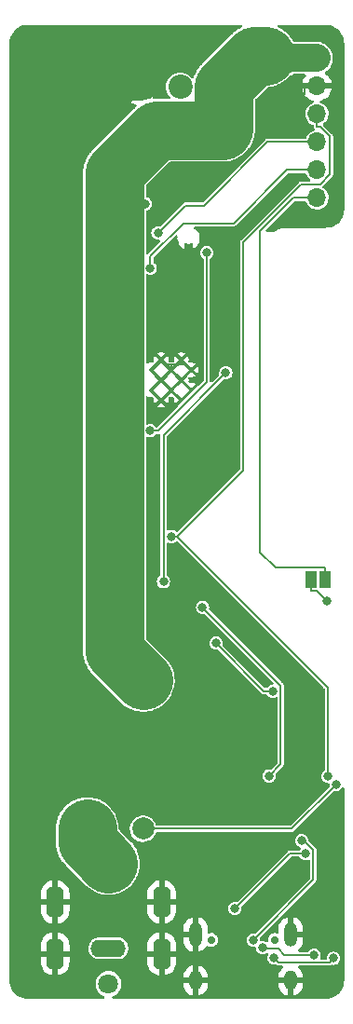
<source format=gbr>
%TF.GenerationSoftware,KiCad,Pcbnew,(6.0.0-0)*%
%TF.CreationDate,2022-02-21T15:37:49+01:00*%
%TF.ProjectId,GlowCoreMini,476c6f77-436f-4726-954d-696e692e6b69,rev?*%
%TF.SameCoordinates,Original*%
%TF.FileFunction,Copper,L2,Bot*%
%TF.FilePolarity,Positive*%
%FSLAX46Y46*%
G04 Gerber Fmt 4.6, Leading zero omitted, Abs format (unit mm)*
G04 Created by KiCad (PCBNEW (6.0.0-0)) date 2022-02-21 15:37:49*
%MOMM*%
%LPD*%
G01*
G04 APERTURE LIST*
%TA.AperFunction,ComponentPad*%
%ADD10R,1.700000X1.700000*%
%TD*%
%TA.AperFunction,ComponentPad*%
%ADD11O,1.700000X1.700000*%
%TD*%
%TA.AperFunction,ComponentPad*%
%ADD12C,2.000000*%
%TD*%
%TA.AperFunction,ComponentPad*%
%ADD13C,0.700000*%
%TD*%
%TA.AperFunction,ComponentPad*%
%ADD14O,1.200000X2.200000*%
%TD*%
%TA.AperFunction,ComponentPad*%
%ADD15O,1.200000X1.800000*%
%TD*%
%TA.AperFunction,ComponentPad*%
%ADD16C,1.800000*%
%TD*%
%TA.AperFunction,ComponentPad*%
%ADD17O,1.600000X3.000000*%
%TD*%
%TA.AperFunction,ComponentPad*%
%ADD18O,3.200000X1.600000*%
%TD*%
%TA.AperFunction,ComponentPad*%
%ADD19C,2.300000*%
%TD*%
%TA.AperFunction,ComponentPad*%
%ADD20C,0.300000*%
%TD*%
%TA.AperFunction,ComponentPad*%
%ADD21R,2.200000X2.200000*%
%TD*%
%TA.AperFunction,ComponentPad*%
%ADD22C,2.200000*%
%TD*%
%TA.AperFunction,SMDPad,CuDef*%
%ADD23R,1.000000X1.500000*%
%TD*%
%TA.AperFunction,ViaPad*%
%ADD24C,0.800000*%
%TD*%
%TA.AperFunction,Conductor*%
%ADD25C,0.160000*%
%TD*%
%TA.AperFunction,Conductor*%
%ADD26C,5.300000*%
%TD*%
%TA.AperFunction,Conductor*%
%ADD27C,3.000000*%
%TD*%
%TA.AperFunction,Conductor*%
%ADD28C,2.500000*%
%TD*%
G04 APERTURE END LIST*
D10*
%TO.P,J1,1,Pin_1*%
%TO.N,+5V*%
X158220900Y-64537100D03*
D11*
%TO.P,J1,2,Pin_2*%
%TO.N,GND*%
X158220900Y-67077100D03*
%TO.P,J1,3,Pin_3*%
%TO.N,+3V3*%
X158220900Y-69617100D03*
%TO.P,J1,4,Pin_4*%
%TO.N,IO26{slash}A0{slash}DAC2*%
X158220900Y-72157100D03*
%TO.P,J1,5,Pin_5*%
%TO.N,IO25{slash}A1{slash}DAC1*%
X158220900Y-74697100D03*
%TO.P,J1,6,Pin_6*%
%TO.N,IO13*%
X158220900Y-77237100D03*
%TD*%
D12*
%TO.P,F2,1,1*%
%TO.N,+5V*%
X142414832Y-134566127D03*
%TO.P,F2,2,2*%
%TO.N,Net-(F2-Pad2)*%
X137334822Y-134566127D03*
%TD*%
D13*
%TO.P,USB1,*%
%TO.N,*%
X148617900Y-144673000D03*
X154397900Y-144673000D03*
D14*
%TO.P,USB1,SHELL,SHELL*%
%TO.N,GND*%
X147187900Y-144173000D03*
X155827900Y-144173000D03*
D15*
X155827900Y-148353000D03*
X147187900Y-148353000D03*
%TD*%
D16*
%TO.P,J2,*%
%TO.N,*%
X139265100Y-148667700D03*
D17*
%TO.P,J2,1*%
%TO.N,GND*%
X144115100Y-141217700D03*
X144115100Y-145917700D03*
X134415100Y-145917700D03*
X134415100Y-141217700D03*
D18*
%TO.P,J2,2*%
%TO.N,N/C*%
X139265100Y-145417700D03*
D19*
%TO.P,J2,3*%
%TO.N,Net-(F2-Pad2)*%
X139265100Y-137717700D03*
%TD*%
D20*
%TO.P,U2,39_10,GND*%
%TO.N,GND*%
X146812300Y-92858800D03*
%TO.P,U2,39_11,GND*%
X146812300Y-94693800D03*
%TO.P,U2,39_12,GND*%
X145894800Y-91941300D03*
%TO.P,U2,39_13,GND*%
X145894800Y-93776300D03*
%TO.P,U2,39_14,GND*%
X145894800Y-95611300D03*
%TO.P,U2,39_15,GND*%
X144977300Y-92858800D03*
%TO.P,U2,39_16,GND*%
X144977300Y-94693800D03*
%TO.P,U2,39_17,GND*%
X144059800Y-91941300D03*
%TO.P,U2,39_18,GND*%
X144059800Y-93776300D03*
%TO.P,U2,39_19,GND*%
X144059800Y-95611300D03*
%TO.P,U2,39_20,GND*%
X143142300Y-92858800D03*
%TO.P,U2,39_21,GND*%
X143142300Y-94693800D03*
%TD*%
D21*
%TO.P,P1,1,1*%
%TO.N,+5V*%
X149606108Y-67146750D03*
D22*
%TO.P,P1,2,2*%
%TO.N,Net-(P1-Pad2)*%
X145796100Y-67146750D03*
%TO.P,P1,3,3*%
%TO.N,GND*%
X141986092Y-67146750D03*
%TD*%
D23*
%TO.P,Status_LED1,2,B*%
%TO.N,Net-(R7-Pad1)*%
X157657700Y-111880800D03*
%TO.P,Status_LED1,1,A*%
%TO.N,IO13*%
X158957700Y-111880800D03*
%TD*%
D24*
%TO.N,GND*%
X134806500Y-123367600D03*
X134806500Y-125678600D03*
X134806500Y-121741600D03*
X150134500Y-126378600D03*
X150134500Y-128263600D03*
X150134500Y-124904600D03*
X146464900Y-76151900D03*
%TO.N,+5V*%
X143829500Y-121075600D03*
X159967300Y-130515500D03*
X140406500Y-121075600D03*
X142623100Y-77772200D03*
X142432500Y-121075600D03*
X141140000Y-109190400D03*
%TO.N,+3V3*%
X145003100Y-108000000D03*
X159232500Y-129802200D03*
%TO.N,RESET*%
X149937300Y-93137900D03*
X144271400Y-112121500D03*
%TO.N,USB-C DATA+*%
X152416500Y-144683300D03*
X156817600Y-135649800D03*
%TO.N,USB-C DATA-*%
X157184600Y-136818900D03*
X150757900Y-141809400D03*
%TO.N,IO15{slash}WS*%
X148202800Y-82212600D03*
X143072000Y-98404500D03*
%TO.N,DTR*%
X153874200Y-129758200D03*
X147819800Y-114431900D03*
%TO.N,RTS*%
X149047200Y-117703600D03*
X154197300Y-122060300D03*
%TO.N,IO25{slash}A1{slash}DAC1*%
X143069900Y-83624400D03*
%TO.N,IO26{slash}A0{slash}DAC2*%
X143771000Y-80428600D03*
%TO.N,USB-C CC1*%
X154305000Y-146278600D03*
X159725500Y-146336200D03*
%TO.N,USB-C CC2*%
X157959500Y-146033700D03*
X153257900Y-145350500D03*
%TO.N,Net-(R7-Pad1)*%
X159103700Y-113839100D03*
%TD*%
D25*
%TO.N,GND*%
X146812300Y-92858800D02*
X146353500Y-92400000D01*
X146353500Y-92400000D02*
X145894800Y-92400000D01*
D26*
X141986100Y-65665100D02*
X141986500Y-65665100D01*
X150134500Y-126378600D02*
X150134500Y-128263600D01*
D25*
X144977300Y-92400000D02*
X144518500Y-92400000D01*
D26*
X133136500Y-120071600D02*
X133136500Y-72841000D01*
X150134500Y-124904600D02*
X150134500Y-126378600D01*
D25*
X145894800Y-95611300D02*
X146812300Y-94693800D01*
X144059800Y-93776300D02*
X144977300Y-92858800D01*
X141986100Y-67146800D02*
X141986100Y-65665100D01*
D26*
X134806500Y-121741600D02*
X133136500Y-120071600D01*
D25*
X145894800Y-92400000D02*
X144977300Y-92400000D01*
D26*
X134711500Y-128187600D02*
X134711500Y-121837600D01*
X140312500Y-65665100D02*
X141986100Y-65665100D01*
X134711500Y-121837600D02*
X134806500Y-121741600D01*
D25*
X158220900Y-67077100D02*
X157090600Y-67077100D01*
X157090600Y-67077100D02*
X157090600Y-67783500D01*
X157090600Y-67783500D02*
X148722200Y-76151900D01*
D26*
X133136500Y-72841000D02*
X140312500Y-65665100D01*
D25*
X145894800Y-91941300D02*
X145894800Y-92400000D01*
X148722200Y-76151900D02*
X146464900Y-76151900D01*
X143142300Y-92858800D02*
X144059800Y-93776300D01*
X144977300Y-92400000D02*
X144977300Y-92858800D01*
D26*
X134787500Y-128263600D02*
X134711500Y-128187600D01*
D25*
X146812300Y-92858800D02*
X145894800Y-93776300D01*
D26*
X150134500Y-128263600D02*
X134787500Y-128263600D01*
D25*
X144518500Y-92400000D02*
X144059800Y-91941300D01*
D26*
%TO.N,+5V*%
X139816500Y-107349700D02*
X139816500Y-80237600D01*
X139816500Y-74949200D02*
X143669500Y-71096300D01*
D25*
X141139900Y-109190400D02*
X141140000Y-109190400D01*
D27*
X155031500Y-64382800D02*
X155175500Y-64527600D01*
D26*
X149745500Y-70977600D02*
X149745500Y-67146800D01*
X149745500Y-70977600D02*
X149745500Y-67146800D01*
X149626500Y-71096300D02*
X149745500Y-70977600D01*
D28*
X158211400Y-64527600D02*
X158220500Y-64527600D01*
D25*
X140157700Y-80237600D02*
X142623100Y-77772200D01*
X153507500Y-64332000D02*
X154980700Y-64332000D01*
D26*
X139816500Y-118459600D02*
X139816500Y-107349700D01*
X152541500Y-64332000D02*
X153507500Y-64332000D01*
D25*
X139816500Y-107349700D02*
X141139900Y-108673100D01*
X155916700Y-134566100D02*
X159967300Y-130515500D01*
D26*
X143669500Y-71096300D02*
X149626500Y-71096300D01*
X149745500Y-67146800D02*
X149745500Y-67128300D01*
D25*
X141139900Y-108673100D02*
X141139900Y-109190400D01*
X158211400Y-64527600D02*
X158220900Y-64537100D01*
D26*
X142432500Y-121075600D02*
X139816500Y-118459600D01*
D25*
X139816500Y-80237600D02*
X140157700Y-80237600D01*
X149606100Y-67146800D02*
X149745500Y-67146800D01*
X154980700Y-64332000D02*
X155031500Y-64382800D01*
D28*
X155175500Y-64527600D02*
X158211400Y-64527600D01*
D26*
X149745500Y-67128300D02*
X152541500Y-64332000D01*
D25*
X142414800Y-134566100D02*
X155916700Y-134566100D01*
D26*
X139816500Y-80237600D02*
X139816500Y-74949200D01*
D25*
%TO.N,+3V3*%
X158497500Y-76019700D02*
X156792200Y-76019700D01*
X156792200Y-76019700D02*
X151516300Y-81295600D01*
X158220900Y-70747400D02*
X158503500Y-70747400D01*
X151516300Y-81295600D02*
X151516300Y-101996400D01*
X145512700Y-108000000D02*
X145003100Y-108000000D01*
X159232500Y-121719800D02*
X145512700Y-108000000D01*
X158503500Y-70747400D02*
X159402800Y-71646700D01*
X159402800Y-71646700D02*
X159402800Y-75114400D01*
X151516300Y-101996400D02*
X145512700Y-108000000D01*
X159232500Y-129802200D02*
X159232500Y-121719800D01*
X159402800Y-75114400D02*
X158497500Y-76019700D01*
X158220900Y-69617100D02*
X158220900Y-70747400D01*
%TO.N,RESET*%
X149937300Y-93137900D02*
X144271400Y-98803800D01*
X144271400Y-98803800D02*
X144271400Y-112121500D01*
%TO.N,USB-C DATA+*%
X156817600Y-135649800D02*
X157036000Y-135649800D01*
X157882700Y-136496500D02*
X157882700Y-139217100D01*
X157036000Y-135649800D02*
X157882700Y-136496500D01*
X157882700Y-139217100D02*
X152416500Y-144683300D01*
%TO.N,USB-C DATA-*%
X155748400Y-136818900D02*
X150757900Y-141809400D01*
X157184600Y-136818900D02*
X155748400Y-136818900D01*
%TO.N,IO15{slash}WS*%
X143072000Y-98404500D02*
X143784900Y-98404500D01*
X148202800Y-93986600D02*
X148202800Y-82212600D01*
X143784900Y-98404500D02*
X148202800Y-93986600D01*
%TO.N,DTR*%
X153874200Y-129758200D02*
X154921800Y-128710600D01*
X154921800Y-121533900D02*
X147819800Y-114431900D01*
X154921800Y-128710600D02*
X154921800Y-121533900D01*
%TO.N,RTS*%
X153403900Y-122060300D02*
X149047200Y-117703600D01*
X154197300Y-122060300D02*
X153403900Y-122060300D01*
%TO.N,IO13*%
X158957700Y-111880800D02*
X158957700Y-110850500D01*
X156092500Y-77237100D02*
X153068100Y-80261500D01*
X157090600Y-77237100D02*
X156092500Y-77237100D01*
X153068100Y-80261500D02*
X153068100Y-109459000D01*
X158220900Y-77237100D02*
X157090600Y-77237100D01*
X153068100Y-109459000D02*
X154459600Y-110850500D01*
X154459600Y-110850500D02*
X158957700Y-110850500D01*
%TO.N,IO25{slash}A1{slash}DAC1*%
X150632800Y-79543200D02*
X155478900Y-74697100D01*
X155478900Y-74697100D02*
X158220900Y-74697100D01*
X146054000Y-79543200D02*
X150632800Y-79543200D01*
X143069900Y-83624400D02*
X143069900Y-82527300D01*
X143069900Y-82527300D02*
X146054000Y-79543200D01*
%TO.N,IO26{slash}A0{slash}DAC2*%
X143771000Y-80428600D02*
X146269100Y-77930500D01*
X146269100Y-77930500D02*
X147958900Y-77930500D01*
X147958900Y-77930500D02*
X153732300Y-72157100D01*
X153732300Y-72157100D02*
X158220900Y-72157100D01*
%TO.N,USB-C CC1*%
X159347600Y-146714100D02*
X159725500Y-146336200D01*
X154305000Y-146278600D02*
X154740500Y-146714100D01*
X154740500Y-146714100D02*
X159347600Y-146714100D01*
%TO.N,USB-C CC2*%
X154729100Y-145491200D02*
X153398600Y-145491200D01*
X153398600Y-145491200D02*
X153257900Y-145350500D01*
X155271600Y-146033700D02*
X154729100Y-145491200D01*
X157959500Y-146033700D02*
X155271600Y-146033700D01*
%TO.N,Net-(R7-Pad1)*%
X157657700Y-112911100D02*
X158175700Y-112911100D01*
X157657700Y-111880800D02*
X157657700Y-112911100D01*
X158175700Y-112911100D02*
X159103700Y-113839100D01*
D26*
%TO.N,Net-(F2-Pad2)*%
X137334500Y-134566600D02*
X137334500Y-135177100D01*
D25*
X137334800Y-135176800D02*
X137334800Y-134566100D01*
D26*
X137334500Y-135177100D02*
X137334500Y-135787600D01*
X138300000Y-136752600D02*
X139265500Y-137717600D01*
X137334500Y-135787600D02*
X138300000Y-136752600D01*
D25*
X138300000Y-136752600D02*
X139265100Y-137717700D01*
X137334500Y-135177100D02*
X137334800Y-135176800D01*
%TD*%
%TA.AperFunction,Conductor*%
%TO.N,GND*%
G36*
X151345036Y-61527802D02*
G01*
X151391529Y-61581458D01*
X151401633Y-61651732D01*
X151372139Y-61716312D01*
X151325038Y-61750248D01*
X151298553Y-61761193D01*
X151295343Y-61762983D01*
X151295338Y-61762986D01*
X151282313Y-61770252D01*
X151271071Y-61775808D01*
X151254012Y-61783208D01*
X151132114Y-61854012D01*
X151130209Y-61855096D01*
X151051747Y-61898863D01*
X151007104Y-61923765D01*
X151004112Y-61925927D01*
X151004106Y-61925931D01*
X150992025Y-61934661D01*
X150981509Y-61941491D01*
X150965436Y-61950827D01*
X150962490Y-61953035D01*
X150852672Y-62035339D01*
X150850925Y-62036625D01*
X150736612Y-62119231D01*
X150734068Y-62121530D01*
X150720866Y-62133460D01*
X150711964Y-62140793D01*
X150698386Y-62150969D01*
X150695725Y-62153499D01*
X150695721Y-62153502D01*
X150639774Y-62206686D01*
X150637442Y-62208847D01*
X150596972Y-62245419D01*
X150596961Y-62245430D01*
X150595783Y-62246494D01*
X150594655Y-62247622D01*
X150556260Y-62286022D01*
X150553977Y-62288249D01*
X150456511Y-62380901D01*
X150454157Y-62383732D01*
X150454148Y-62383741D01*
X150436077Y-62405469D01*
X150428305Y-62413989D01*
X149577392Y-63264994D01*
X147943168Y-64899394D01*
X147811037Y-65031539D01*
X147804023Y-65038040D01*
X147761893Y-65074214D01*
X147687888Y-65154552D01*
X147684333Y-65158256D01*
X147669205Y-65173386D01*
X147632622Y-65214523D01*
X147631217Y-65216075D01*
X147535788Y-65319671D01*
X147524780Y-65334851D01*
X147516933Y-65344611D01*
X147504464Y-65358632D01*
X147423743Y-65474143D01*
X147422532Y-65475842D01*
X147339865Y-65589832D01*
X147338069Y-65593039D01*
X147338062Y-65593050D01*
X147330699Y-65606199D01*
X147324049Y-65616801D01*
X147313301Y-65632181D01*
X147272736Y-65707686D01*
X147246675Y-65756194D01*
X147245614Y-65758127D01*
X147178605Y-65877779D01*
X147178597Y-65877795D01*
X147176799Y-65881006D01*
X147175386Y-65884409D01*
X147175383Y-65884415D01*
X147169608Y-65898324D01*
X147164235Y-65909640D01*
X147157104Y-65922912D01*
X147157097Y-65922927D01*
X147155358Y-65926164D01*
X147105767Y-66051758D01*
X147103658Y-66057098D01*
X147102830Y-66059143D01*
X147057029Y-66169445D01*
X147048819Y-66189216D01*
X147047812Y-66192765D01*
X147047811Y-66192766D01*
X147043696Y-66207260D01*
X147039682Y-66219122D01*
X147032793Y-66236569D01*
X147031849Y-66240129D01*
X147031847Y-66240136D01*
X147023624Y-66271157D01*
X146986835Y-66331878D01*
X146923057Y-66363070D01*
X146852540Y-66354830D01*
X146803917Y-66315429D01*
X146802839Y-66316333D01*
X146799306Y-66312123D01*
X146796147Y-66307611D01*
X146635239Y-66146703D01*
X146448834Y-66016182D01*
X146443856Y-66013861D01*
X146443853Y-66013859D01*
X146247578Y-65922334D01*
X146247576Y-65922333D01*
X146242596Y-65920011D01*
X146237288Y-65918589D01*
X146237286Y-65918588D01*
X146028107Y-65862539D01*
X146028105Y-65862539D01*
X146022792Y-65861115D01*
X145796100Y-65841282D01*
X145569408Y-65861115D01*
X145564095Y-65862539D01*
X145564093Y-65862539D01*
X145354914Y-65918588D01*
X145354912Y-65918589D01*
X145349604Y-65920011D01*
X145344624Y-65922333D01*
X145344622Y-65922334D01*
X145148347Y-66013859D01*
X145148344Y-66013861D01*
X145143366Y-66016182D01*
X144956961Y-66146703D01*
X144796053Y-66307611D01*
X144665532Y-66494016D01*
X144663211Y-66498994D01*
X144663209Y-66498997D01*
X144591337Y-66653126D01*
X144569361Y-66700254D01*
X144567939Y-66705562D01*
X144567938Y-66705564D01*
X144518623Y-66889613D01*
X144510465Y-66920058D01*
X144490632Y-67146750D01*
X144510465Y-67373442D01*
X144569361Y-67593246D01*
X144571683Y-67598226D01*
X144571684Y-67598228D01*
X144653781Y-67774283D01*
X144665532Y-67799484D01*
X144796053Y-67985889D01*
X144840869Y-68030705D01*
X144874895Y-68093017D01*
X144869830Y-68163832D01*
X144827283Y-68220668D01*
X144760763Y-68245479D01*
X144751774Y-68245800D01*
X143784347Y-68245800D01*
X143774788Y-68245437D01*
X143772027Y-68245227D01*
X143719373Y-68241221D01*
X143715691Y-68241372D01*
X143715687Y-68241372D01*
X143610337Y-68245694D01*
X143605172Y-68245800D01*
X143583824Y-68245800D01*
X143528832Y-68249019D01*
X143526656Y-68249126D01*
X143501275Y-68250168D01*
X143423970Y-68253339D01*
X143355086Y-68236146D01*
X143306433Y-68184441D01*
X143293457Y-68114640D01*
X143311372Y-68061610D01*
X143420675Y-67883244D01*
X143425156Y-67874450D01*
X143518226Y-67649759D01*
X143521275Y-67640374D01*
X143578051Y-67403887D01*
X143579594Y-67394140D01*
X143598676Y-67151680D01*
X143598676Y-67141820D01*
X143579594Y-66899360D01*
X143578051Y-66889613D01*
X143521275Y-66653126D01*
X143518226Y-66643741D01*
X143425156Y-66419050D01*
X143420675Y-66410256D01*
X143301379Y-66215583D01*
X143290922Y-66206123D01*
X143282146Y-66209906D01*
X141052292Y-68439760D01*
X141045532Y-68452140D01*
X141051259Y-68459790D01*
X141249598Y-68581333D01*
X141258392Y-68585814D01*
X141483083Y-68678884D01*
X141492468Y-68681933D01*
X141729606Y-68738865D01*
X141791175Y-68774217D01*
X141823858Y-68837244D01*
X141817277Y-68907935D01*
X141787006Y-68952704D01*
X141767726Y-68971032D01*
X141765447Y-68973144D01*
X141723922Y-69010664D01*
X141722782Y-69011804D01*
X141684328Y-69050257D01*
X141682046Y-69052482D01*
X141584511Y-69145201D01*
X141582161Y-69148027D01*
X141582154Y-69148034D01*
X141564137Y-69169696D01*
X141556360Y-69178220D01*
X137882095Y-72852391D01*
X137875081Y-72858891D01*
X137832893Y-72895114D01*
X137797182Y-72933881D01*
X137758964Y-72975370D01*
X137755385Y-72979097D01*
X137740335Y-72994147D01*
X137739120Y-72995513D01*
X137739104Y-72995530D01*
X137703696Y-73035340D01*
X137702241Y-73036948D01*
X137606788Y-73140571D01*
X137595832Y-73155679D01*
X137587988Y-73165434D01*
X137575582Y-73179382D01*
X137563516Y-73196646D01*
X137494851Y-73294888D01*
X137493577Y-73296677D01*
X137413029Y-73407747D01*
X137413023Y-73407756D01*
X137410865Y-73410732D01*
X137401745Y-73427016D01*
X137395099Y-73437611D01*
X137384400Y-73452919D01*
X137382664Y-73456150D01*
X137382654Y-73456166D01*
X137317680Y-73577085D01*
X137316623Y-73579011D01*
X137249605Y-73698679D01*
X137249597Y-73698695D01*
X137247799Y-73701906D01*
X137240636Y-73719155D01*
X137235274Y-73730448D01*
X137226438Y-73746892D01*
X137225086Y-73750316D01*
X137174687Y-73877930D01*
X137173862Y-73879967D01*
X137171782Y-73884977D01*
X137119819Y-74010116D01*
X137118817Y-74013646D01*
X137118815Y-74013651D01*
X137114723Y-74028066D01*
X137110705Y-74039935D01*
X137103852Y-74057288D01*
X137102908Y-74060847D01*
X137102908Y-74060848D01*
X137067747Y-74193454D01*
X137067165Y-74195573D01*
X137029680Y-74327602D01*
X137028672Y-74331153D01*
X137028086Y-74334789D01*
X137028086Y-74334791D01*
X137025706Y-74349570D01*
X137023100Y-74361832D01*
X137018318Y-74379866D01*
X137017797Y-74383505D01*
X137017796Y-74383509D01*
X136998348Y-74519294D01*
X136998018Y-74521465D01*
X136975603Y-74660632D01*
X136975430Y-74664051D01*
X136975429Y-74664059D01*
X136974526Y-74681894D01*
X136973414Y-74693384D01*
X136971526Y-74706563D01*
X136971525Y-74706577D01*
X136971003Y-74710220D01*
X136970910Y-74713904D01*
X136968955Y-74791060D01*
X136968834Y-74794242D01*
X136966000Y-74850201D01*
X136966000Y-74906157D01*
X136965960Y-74909347D01*
X136964159Y-74980479D01*
X136962554Y-75043837D01*
X136962891Y-75047502D01*
X136965472Y-75075598D01*
X136966000Y-75087126D01*
X136966000Y-118344771D01*
X136965637Y-118354328D01*
X136961420Y-118409764D01*
X136961571Y-118413445D01*
X136961571Y-118413449D01*
X136965894Y-118518784D01*
X136966000Y-118523950D01*
X136966000Y-118545276D01*
X136966105Y-118547078D01*
X136966106Y-118547096D01*
X136969220Y-118600283D01*
X136969329Y-118602480D01*
X136975104Y-118743209D01*
X136975684Y-118746851D01*
X136975685Y-118746860D01*
X136978040Y-118761643D01*
X136979394Y-118774099D01*
X136980486Y-118792755D01*
X136981129Y-118796383D01*
X137005075Y-118931496D01*
X137005439Y-118933665D01*
X137027016Y-119069134D01*
X137027021Y-119069155D01*
X137027598Y-119072780D01*
X137028597Y-119076322D01*
X137032668Y-119090758D01*
X137035464Y-119102969D01*
X137038079Y-119117724D01*
X137038082Y-119117735D01*
X137038724Y-119121360D01*
X137039787Y-119124892D01*
X137079336Y-119256301D01*
X137079951Y-119258412D01*
X137117181Y-119390420D01*
X137118184Y-119393976D01*
X137125316Y-119411236D01*
X137129517Y-119423036D01*
X137133838Y-119437391D01*
X137134902Y-119440925D01*
X137136368Y-119444304D01*
X137190960Y-119570157D01*
X137191818Y-119572183D01*
X137245626Y-119702409D01*
X137247423Y-119705631D01*
X137254726Y-119718725D01*
X137260276Y-119729955D01*
X137267708Y-119747088D01*
X137269558Y-119750273D01*
X137269559Y-119750275D01*
X137338470Y-119868912D01*
X137339553Y-119870816D01*
X137408183Y-119993867D01*
X137419134Y-120009023D01*
X137425941Y-120019506D01*
X137435327Y-120035664D01*
X137437530Y-120038604D01*
X137437533Y-120038608D01*
X137519810Y-120148392D01*
X137521112Y-120150162D01*
X137601616Y-120261578D01*
X137601629Y-120261594D01*
X137603634Y-120264369D01*
X137605934Y-120266914D01*
X137617917Y-120280176D01*
X137625255Y-120289086D01*
X137633253Y-120299758D01*
X137633260Y-120299766D01*
X137635469Y-120302714D01*
X137691234Y-120361375D01*
X137693301Y-120363605D01*
X137730889Y-120405205D01*
X137770454Y-120444770D01*
X137772680Y-120447053D01*
X137862860Y-120541917D01*
X137862868Y-120541925D01*
X137865401Y-120544589D01*
X137889921Y-120564982D01*
X137898436Y-120572752D01*
X140477474Y-123151790D01*
X140662712Y-123316541D01*
X140665734Y-123318653D01*
X140665739Y-123318657D01*
X140789514Y-123405164D01*
X140936251Y-123507719D01*
X141054125Y-123571055D01*
X141226972Y-123663930D01*
X141226978Y-123663933D01*
X141230226Y-123665678D01*
X141371850Y-123721608D01*
X141537192Y-123786905D01*
X141537197Y-123786907D01*
X141540624Y-123788260D01*
X141691669Y-123828308D01*
X141859636Y-123872844D01*
X141859644Y-123872846D01*
X141863202Y-123873789D01*
X141866854Y-123874312D01*
X141866859Y-123874313D01*
X142028380Y-123897445D01*
X142193557Y-123921100D01*
X142348758Y-123925029D01*
X142523486Y-123929452D01*
X142523493Y-123929452D01*
X142527175Y-123929545D01*
X142530852Y-123929207D01*
X142530856Y-123929207D01*
X142634321Y-123919700D01*
X142859500Y-123899009D01*
X143185993Y-123829908D01*
X143502194Y-123723188D01*
X143803785Y-123580304D01*
X143919721Y-123507719D01*
X144083525Y-123405164D01*
X144086646Y-123403210D01*
X144346913Y-123194323D01*
X144581032Y-122956498D01*
X144785805Y-122692982D01*
X144854210Y-122579809D01*
X144956526Y-122410533D01*
X144956529Y-122410528D01*
X144958435Y-122407374D01*
X145024796Y-122261420D01*
X145095042Y-122106923D01*
X145095044Y-122106918D01*
X145096563Y-122103577D01*
X145174087Y-121861394D01*
X145197180Y-121789250D01*
X145197181Y-121789247D01*
X145198304Y-121785738D01*
X145203370Y-121759798D01*
X145261561Y-121461817D01*
X145261562Y-121461808D01*
X145262267Y-121458199D01*
X145262613Y-121453659D01*
X145287300Y-121129114D01*
X145287580Y-121125436D01*
X145273896Y-120791992D01*
X145221402Y-120462421D01*
X145130816Y-120141224D01*
X145069929Y-119993867D01*
X145004778Y-119836188D01*
X145004775Y-119836182D01*
X145003374Y-119832791D01*
X144840818Y-119541333D01*
X144838669Y-119538359D01*
X144838664Y-119538351D01*
X144647377Y-119273614D01*
X144647376Y-119273612D01*
X144645366Y-119270831D01*
X144518111Y-119129995D01*
X142703905Y-117315789D01*
X142669879Y-117253477D01*
X142667000Y-117226694D01*
X142667000Y-114431900D01*
X147214118Y-114431900D01*
X147234756Y-114588662D01*
X147295264Y-114734741D01*
X147391518Y-114860182D01*
X147516959Y-114956436D01*
X147663038Y-115016944D01*
X147819800Y-115037582D01*
X147827988Y-115036504D01*
X147942878Y-115021379D01*
X148013027Y-115032319D01*
X148048419Y-115057206D01*
X154236250Y-121245037D01*
X154270276Y-121307349D01*
X154265211Y-121378164D01*
X154222664Y-121435000D01*
X154163602Y-121459054D01*
X154071612Y-121471165D01*
X154040538Y-121475256D01*
X153894459Y-121535764D01*
X153769018Y-121632018D01*
X153763995Y-121638564D01*
X153693447Y-121730504D01*
X153636109Y-121772371D01*
X153593484Y-121779800D01*
X153572277Y-121779800D01*
X153504156Y-121759798D01*
X153483182Y-121742895D01*
X149672506Y-117932219D01*
X149638480Y-117869907D01*
X149636679Y-117826678D01*
X149651804Y-117711788D01*
X149652882Y-117703600D01*
X149632244Y-117546838D01*
X149571736Y-117400759D01*
X149475482Y-117275318D01*
X149350041Y-117179064D01*
X149203962Y-117118556D01*
X149047200Y-117097918D01*
X148890438Y-117118556D01*
X148744359Y-117179064D01*
X148618918Y-117275318D01*
X148522664Y-117400759D01*
X148462156Y-117546838D01*
X148441518Y-117703600D01*
X148462156Y-117860362D01*
X148522664Y-118006441D01*
X148618918Y-118131882D01*
X148744359Y-118228136D01*
X148890438Y-118288644D01*
X149047200Y-118309282D01*
X149055388Y-118308204D01*
X149170278Y-118293079D01*
X149240427Y-118304019D01*
X149275819Y-118328906D01*
X153171237Y-122224324D01*
X153172582Y-122225882D01*
X153174809Y-122230438D01*
X153183337Y-122238349D01*
X153183338Y-122238350D01*
X153208208Y-122261420D01*
X153211613Y-122264700D01*
X153224005Y-122277092D01*
X153227796Y-122279692D01*
X153229861Y-122281505D01*
X153251418Y-122301503D01*
X153262222Y-122305813D01*
X153268136Y-122309552D01*
X153272303Y-122311777D01*
X153278698Y-122314611D01*
X153288289Y-122321190D01*
X153299607Y-122323876D01*
X153310073Y-122326360D01*
X153327670Y-122331925D01*
X153340216Y-122336930D01*
X153348473Y-122340224D01*
X153354347Y-122340800D01*
X153357428Y-122340800D01*
X153360498Y-122340950D01*
X153360481Y-122341304D01*
X153367022Y-122342069D01*
X153367022Y-122342063D01*
X153378640Y-122342631D01*
X153389961Y-122345318D01*
X153401490Y-122343749D01*
X153401491Y-122343749D01*
X153414702Y-122341951D01*
X153431693Y-122340800D01*
X153593484Y-122340800D01*
X153661605Y-122360802D01*
X153693447Y-122390096D01*
X153706705Y-122407374D01*
X153769018Y-122488582D01*
X153894459Y-122584836D01*
X154040538Y-122645344D01*
X154197300Y-122665982D01*
X154205488Y-122664904D01*
X154345874Y-122646422D01*
X154354062Y-122645344D01*
X154361689Y-122642185D01*
X154361692Y-122642184D01*
X154467082Y-122598530D01*
X154537672Y-122590941D01*
X154601159Y-122622721D01*
X154637386Y-122683779D01*
X154641300Y-122714939D01*
X154641300Y-128542223D01*
X154621298Y-128610344D01*
X154604395Y-128631318D01*
X154102819Y-129132894D01*
X154040507Y-129166920D01*
X153997278Y-129168721D01*
X153882388Y-129153596D01*
X153874200Y-129152518D01*
X153717438Y-129173156D01*
X153571359Y-129233664D01*
X153445918Y-129329918D01*
X153349664Y-129455359D01*
X153289156Y-129601438D01*
X153268518Y-129758200D01*
X153289156Y-129914962D01*
X153349664Y-130061041D01*
X153445918Y-130186482D01*
X153571359Y-130282736D01*
X153717438Y-130343244D01*
X153874200Y-130363882D01*
X153882388Y-130362804D01*
X154022774Y-130344322D01*
X154030962Y-130343244D01*
X154177041Y-130282736D01*
X154302482Y-130186482D01*
X154398736Y-130061041D01*
X154459244Y-129914962D01*
X154479882Y-129758200D01*
X154465037Y-129645438D01*
X154463679Y-129635122D01*
X154474619Y-129564973D01*
X154499506Y-129529581D01*
X155085824Y-128943263D01*
X155087382Y-128941918D01*
X155091938Y-128939691D01*
X155122920Y-128906292D01*
X155126200Y-128902887D01*
X155138592Y-128890495D01*
X155141192Y-128886704D01*
X155143005Y-128884639D01*
X155163003Y-128863082D01*
X155167313Y-128852278D01*
X155171052Y-128846364D01*
X155173277Y-128842197D01*
X155176111Y-128835802D01*
X155182690Y-128826211D01*
X155187860Y-128804427D01*
X155193425Y-128786830D01*
X155198430Y-128774284D01*
X155198430Y-128774283D01*
X155201724Y-128766027D01*
X155202300Y-128760153D01*
X155202300Y-128757072D01*
X155202450Y-128754002D01*
X155202804Y-128754019D01*
X155203569Y-128747478D01*
X155203563Y-128747478D01*
X155204131Y-128735860D01*
X155206818Y-128724539D01*
X155203451Y-128699798D01*
X155202300Y-128682807D01*
X155202300Y-121582434D01*
X155202450Y-121580385D01*
X155204098Y-121575586D01*
X155203382Y-121556496D01*
X155202389Y-121530062D01*
X155202300Y-121525335D01*
X155202300Y-121507810D01*
X155201460Y-121503300D01*
X155201280Y-121500527D01*
X155200614Y-121482791D01*
X155200178Y-121471165D01*
X155195586Y-121460478D01*
X155194050Y-121453659D01*
X155192672Y-121449125D01*
X155190157Y-121442606D01*
X155188027Y-121431172D01*
X155176275Y-121412106D01*
X155167771Y-121395735D01*
X155162441Y-121383330D01*
X155162440Y-121383328D01*
X155158929Y-121375157D01*
X155155183Y-121370596D01*
X155152993Y-121368406D01*
X155150936Y-121366138D01*
X155151199Y-121365899D01*
X155147117Y-121360735D01*
X155147113Y-121360739D01*
X155139300Y-121352122D01*
X155133195Y-121342218D01*
X155113306Y-121327094D01*
X155100487Y-121315900D01*
X148445106Y-114660519D01*
X148411080Y-114598207D01*
X148409279Y-114554978D01*
X148424404Y-114440088D01*
X148425482Y-114431900D01*
X148404844Y-114275138D01*
X148344336Y-114129059D01*
X148248082Y-114003618D01*
X148122641Y-113907364D01*
X147976562Y-113846856D01*
X147819800Y-113826218D01*
X147663038Y-113846856D01*
X147516959Y-113907364D01*
X147391518Y-114003618D01*
X147295264Y-114129059D01*
X147234756Y-114275138D01*
X147214118Y-114431900D01*
X142667000Y-114431900D01*
X142667000Y-99075293D01*
X142687002Y-99007172D01*
X142740658Y-98960679D01*
X142810932Y-98950575D01*
X142841218Y-98958884D01*
X142907608Y-98986384D01*
X142907611Y-98986385D01*
X142915238Y-98989544D01*
X143072000Y-99010182D01*
X143080188Y-99009104D01*
X143220574Y-98990622D01*
X143228762Y-98989544D01*
X143374841Y-98929036D01*
X143500282Y-98832782D01*
X143533030Y-98790104D01*
X143575853Y-98734296D01*
X143633191Y-98692429D01*
X143675816Y-98685000D01*
X143736367Y-98685000D01*
X143738415Y-98685150D01*
X143743214Y-98686798D01*
X143788727Y-98685089D01*
X143793455Y-98685000D01*
X143810990Y-98685000D01*
X143815502Y-98684159D01*
X143818286Y-98683979D01*
X143844241Y-98683004D01*
X143847634Y-98682877D01*
X143847702Y-98684690D01*
X143904691Y-98688340D01*
X143961842Y-98730462D01*
X143984595Y-98790104D01*
X143986382Y-98789861D01*
X143989749Y-98814602D01*
X143990900Y-98831593D01*
X143990900Y-111517684D01*
X143970898Y-111585805D01*
X143941604Y-111617647D01*
X143843118Y-111693218D01*
X143746864Y-111818659D01*
X143686356Y-111964738D01*
X143665718Y-112121500D01*
X143686356Y-112278262D01*
X143746864Y-112424341D01*
X143843118Y-112549782D01*
X143968559Y-112646036D01*
X144114638Y-112706544D01*
X144271400Y-112727182D01*
X144279588Y-112726104D01*
X144419974Y-112707622D01*
X144428162Y-112706544D01*
X144574241Y-112646036D01*
X144699682Y-112549782D01*
X144795936Y-112424341D01*
X144856444Y-112278262D01*
X144877082Y-112121500D01*
X144856444Y-111964738D01*
X144795936Y-111818659D01*
X144699682Y-111693218D01*
X144601196Y-111617647D01*
X144559329Y-111560309D01*
X144551900Y-111517684D01*
X144551900Y-108651656D01*
X144571902Y-108583535D01*
X144625558Y-108537042D01*
X144695832Y-108526938D01*
X144726117Y-108535247D01*
X144846338Y-108585044D01*
X145003100Y-108605682D01*
X145011288Y-108604604D01*
X145151674Y-108586122D01*
X145159862Y-108585044D01*
X145305941Y-108524536D01*
X145407607Y-108446525D01*
X145473827Y-108420925D01*
X145543376Y-108435190D01*
X145573406Y-108457393D01*
X158915095Y-121799082D01*
X158949121Y-121861394D01*
X158952000Y-121888177D01*
X158952000Y-129198384D01*
X158931998Y-129266505D01*
X158902704Y-129298347D01*
X158804218Y-129373918D01*
X158707964Y-129499359D01*
X158647456Y-129645438D01*
X158626818Y-129802200D01*
X158647456Y-129958962D01*
X158707964Y-130105041D01*
X158804218Y-130230482D01*
X158810764Y-130235505D01*
X158840418Y-130258259D01*
X158929659Y-130326736D01*
X159075738Y-130387244D01*
X159083926Y-130388322D01*
X159154119Y-130397563D01*
X159232500Y-130407882D01*
X159238010Y-130407157D01*
X159304930Y-130426806D01*
X159351423Y-130480462D01*
X159361731Y-130516358D01*
X159377821Y-130638578D01*
X159366881Y-130708727D01*
X159341994Y-130744119D01*
X155837418Y-134248695D01*
X155775106Y-134282721D01*
X155748323Y-134285600D01*
X143678515Y-134285600D01*
X143610394Y-134265598D01*
X143563901Y-134211942D01*
X143557246Y-134193802D01*
X143541967Y-134139626D01*
X143541963Y-134139615D01*
X143540397Y-134134063D01*
X143528662Y-134110265D01*
X143445367Y-133941361D01*
X143442812Y-133936180D01*
X143310799Y-133759394D01*
X143171975Y-133631066D01*
X143153021Y-133613545D01*
X143153018Y-133613543D01*
X143148781Y-133609626D01*
X142962182Y-133491891D01*
X142757253Y-133410133D01*
X142751593Y-133409007D01*
X142751589Y-133409006D01*
X142546523Y-133368216D01*
X142546520Y-133368216D01*
X142540856Y-133367089D01*
X142535081Y-133367013D01*
X142535077Y-133367013D01*
X142424336Y-133365564D01*
X142320238Y-133364201D01*
X142314541Y-133365180D01*
X142314540Y-133365180D01*
X142108486Y-133400586D01*
X142108485Y-133400586D01*
X142102789Y-133401565D01*
X141895789Y-133477931D01*
X141706173Y-133590741D01*
X141540289Y-133736217D01*
X141403695Y-133909487D01*
X141300963Y-134104747D01*
X141235535Y-134315460D01*
X141209602Y-134534567D01*
X141224032Y-134754731D01*
X141225453Y-134760327D01*
X141225454Y-134760332D01*
X141269078Y-134932099D01*
X141278343Y-134968579D01*
X141280760Y-134973821D01*
X141280760Y-134973822D01*
X141324138Y-135067916D01*
X141370715Y-135168948D01*
X141498054Y-135349129D01*
X141656096Y-135503088D01*
X141660892Y-135506293D01*
X141660895Y-135506295D01*
X141745093Y-135562554D01*
X141839549Y-135625667D01*
X141844852Y-135627945D01*
X141844855Y-135627947D01*
X141961164Y-135677917D01*
X142042268Y-135712762D01*
X142121920Y-135730785D01*
X142251827Y-135760181D01*
X142251833Y-135760182D01*
X142257464Y-135761456D01*
X142263235Y-135761683D01*
X142263237Y-135761683D01*
X142331043Y-135764347D01*
X142477930Y-135770118D01*
X142587107Y-135754288D01*
X142690570Y-135739287D01*
X142690575Y-135739286D01*
X142696284Y-135738458D01*
X142701748Y-135736603D01*
X142701753Y-135736602D01*
X142899739Y-135669395D01*
X142899744Y-135669393D01*
X142905211Y-135667537D01*
X142951504Y-135641612D01*
X143031942Y-135596564D01*
X143097716Y-135559729D01*
X143267350Y-135418645D01*
X143329088Y-135344414D01*
X143404740Y-135253453D01*
X143404742Y-135253450D01*
X143408434Y-135249011D01*
X143511622Y-135064756D01*
X143513418Y-135061549D01*
X143513419Y-135061547D01*
X143516242Y-135056506D01*
X143518098Y-135051039D01*
X143518100Y-135051034D01*
X143558472Y-134932099D01*
X143599309Y-134874023D01*
X143665061Y-134847244D01*
X143677785Y-134846600D01*
X155868167Y-134846600D01*
X155870215Y-134846750D01*
X155875014Y-134848398D01*
X155920527Y-134846689D01*
X155925255Y-134846600D01*
X155942790Y-134846600D01*
X155947302Y-134845759D01*
X155950086Y-134845579D01*
X155967808Y-134844914D01*
X155967811Y-134844913D01*
X155979435Y-134844477D01*
X155990125Y-134839885D01*
X155996948Y-134838347D01*
X156001484Y-134836969D01*
X156007994Y-134834457D01*
X156019428Y-134832327D01*
X156038492Y-134820576D01*
X156054868Y-134812069D01*
X156067271Y-134806740D01*
X156075443Y-134803229D01*
X156080004Y-134799483D01*
X156082200Y-134797287D01*
X156084462Y-134795236D01*
X156084701Y-134795499D01*
X156089865Y-134791417D01*
X156089861Y-134791413D01*
X156098478Y-134783600D01*
X156108382Y-134777495D01*
X156123506Y-134757606D01*
X156134700Y-134744787D01*
X159738681Y-131140806D01*
X159800993Y-131106780D01*
X159844222Y-131104979D01*
X159959112Y-131120104D01*
X159967300Y-131121182D01*
X159975488Y-131120104D01*
X160115874Y-131101622D01*
X160124062Y-131100544D01*
X160270141Y-131040036D01*
X160395582Y-130943782D01*
X160474137Y-130841407D01*
X160531475Y-130799540D01*
X160602346Y-130795318D01*
X160664249Y-130830082D01*
X160697530Y-130892795D01*
X160700100Y-130918111D01*
X160700100Y-148274059D01*
X160698186Y-148295938D01*
X160695472Y-148311330D01*
X160697386Y-148322187D01*
X160697386Y-148333206D01*
X160697017Y-148333206D01*
X160697653Y-148345532D01*
X160683439Y-148544274D01*
X160680881Y-148562068D01*
X160679274Y-148569457D01*
X160639029Y-148754463D01*
X160633154Y-148781468D01*
X160628090Y-148798715D01*
X160549623Y-149009094D01*
X160549622Y-149009096D01*
X160542155Y-149025445D01*
X160463080Y-149170259D01*
X160434549Y-149222510D01*
X160424832Y-149237630D01*
X160313948Y-149385754D01*
X160290272Y-149417382D01*
X160278499Y-149430968D01*
X160119738Y-149589729D01*
X160106152Y-149601502D01*
X159931283Y-149732407D01*
X159926403Y-149736060D01*
X159911284Y-149745777D01*
X159714215Y-149853385D01*
X159697871Y-149860850D01*
X159491904Y-149937672D01*
X159487488Y-149939319D01*
X159470240Y-149944383D01*
X159470233Y-149944385D01*
X159250838Y-149992111D01*
X159233044Y-149994669D01*
X159034302Y-150008883D01*
X159021976Y-150008247D01*
X159021976Y-150008616D01*
X159010957Y-150008616D01*
X159000100Y-150006702D01*
X158989245Y-150008616D01*
X158984708Y-150009416D01*
X158962829Y-150011330D01*
X139734583Y-150011330D01*
X139666462Y-149991328D01*
X139619969Y-149937672D01*
X139609865Y-149867398D01*
X139639359Y-149802818D01*
X139687684Y-149768923D01*
X139687806Y-149768888D01*
X139881404Y-149673416D01*
X139903470Y-149656939D01*
X139977707Y-149601503D01*
X140054361Y-149544263D01*
X140159090Y-149430968D01*
X140196962Y-149389999D01*
X140200886Y-149385754D01*
X140203967Y-149380871D01*
X140203970Y-149380867D01*
X140312990Y-149208080D01*
X140312992Y-149208075D01*
X140316071Y-149203196D01*
X140396059Y-149002705D01*
X140397184Y-148997048D01*
X140397186Y-148997042D01*
X140437043Y-148796663D01*
X140437043Y-148796659D01*
X140438170Y-148790995D01*
X140438497Y-148766072D01*
X140439325Y-148702832D01*
X146079900Y-148702832D01*
X146080185Y-148708808D01*
X146094371Y-148857494D01*
X146096630Y-148869228D01*
X146152772Y-149060599D01*
X146157202Y-149071675D01*
X146248519Y-149248978D01*
X146254969Y-149259024D01*
X146378162Y-149415857D01*
X146386399Y-149424506D01*
X146537023Y-149555212D01*
X146546747Y-149562147D01*
X146719367Y-149662010D01*
X146730231Y-149666984D01*
X146918627Y-149732407D01*
X146919616Y-149732648D01*
X146929908Y-149731180D01*
X146933900Y-149717615D01*
X146933900Y-149713402D01*
X147441900Y-149713402D01*
X147445873Y-149726933D01*
X147455299Y-149728288D01*
X147544437Y-149706806D01*
X147555732Y-149702917D01*
X147737282Y-149620371D01*
X147747624Y-149614424D01*
X147910297Y-149499032D01*
X147919325Y-149491239D01*
X148057242Y-149347169D01*
X148064638Y-149337804D01*
X148172821Y-149170259D01*
X148178317Y-149159655D01*
X148252861Y-148974688D01*
X148256255Y-148963230D01*
X148294757Y-148766072D01*
X148295834Y-148757209D01*
X148295900Y-148754500D01*
X148295900Y-148702832D01*
X154719900Y-148702832D01*
X154720185Y-148708808D01*
X154734371Y-148857494D01*
X154736630Y-148869228D01*
X154792772Y-149060599D01*
X154797202Y-149071675D01*
X154888519Y-149248978D01*
X154894969Y-149259024D01*
X155018162Y-149415857D01*
X155026399Y-149424506D01*
X155177023Y-149555212D01*
X155186747Y-149562147D01*
X155359367Y-149662010D01*
X155370231Y-149666984D01*
X155558627Y-149732407D01*
X155559616Y-149732648D01*
X155569908Y-149731180D01*
X155573900Y-149717615D01*
X155573900Y-149713402D01*
X156081900Y-149713402D01*
X156085873Y-149726933D01*
X156095299Y-149728288D01*
X156184437Y-149706806D01*
X156195732Y-149702917D01*
X156377282Y-149620371D01*
X156387624Y-149614424D01*
X156550297Y-149499032D01*
X156559325Y-149491239D01*
X156697242Y-149347169D01*
X156704638Y-149337804D01*
X156812821Y-149170259D01*
X156818317Y-149159655D01*
X156892861Y-148974688D01*
X156896255Y-148963230D01*
X156934757Y-148766072D01*
X156935834Y-148757209D01*
X156935900Y-148754500D01*
X156935900Y-148625115D01*
X156931425Y-148609876D01*
X156930035Y-148608671D01*
X156922352Y-148607000D01*
X156100015Y-148607000D01*
X156084776Y-148611475D01*
X156083571Y-148612865D01*
X156081900Y-148620548D01*
X156081900Y-149713402D01*
X155573900Y-149713402D01*
X155573900Y-148625115D01*
X155569425Y-148609876D01*
X155568035Y-148608671D01*
X155560352Y-148607000D01*
X154738015Y-148607000D01*
X154722776Y-148611475D01*
X154721571Y-148612865D01*
X154719900Y-148620548D01*
X154719900Y-148702832D01*
X148295900Y-148702832D01*
X148295900Y-148625115D01*
X148291425Y-148609876D01*
X148290035Y-148608671D01*
X148282352Y-148607000D01*
X147460015Y-148607000D01*
X147444776Y-148611475D01*
X147443571Y-148612865D01*
X147441900Y-148620548D01*
X147441900Y-149713402D01*
X146933900Y-149713402D01*
X146933900Y-148625115D01*
X146929425Y-148609876D01*
X146928035Y-148608671D01*
X146920352Y-148607000D01*
X146098015Y-148607000D01*
X146082776Y-148611475D01*
X146081571Y-148612865D01*
X146079900Y-148620548D01*
X146079900Y-148702832D01*
X140439325Y-148702832D01*
X140440342Y-148625115D01*
X140440996Y-148575155D01*
X140438749Y-148562075D01*
X140405419Y-148368112D01*
X140405419Y-148368111D01*
X140404440Y-148362415D01*
X140329728Y-148159898D01*
X140310346Y-148127320D01*
X140282720Y-148080885D01*
X146079900Y-148080885D01*
X146084375Y-148096124D01*
X146085765Y-148097329D01*
X146093448Y-148099000D01*
X146915785Y-148099000D01*
X146931024Y-148094525D01*
X146932229Y-148093135D01*
X146933900Y-148085452D01*
X146933900Y-148080885D01*
X147441900Y-148080885D01*
X147446375Y-148096124D01*
X147447765Y-148097329D01*
X147455448Y-148099000D01*
X148277785Y-148099000D01*
X148293024Y-148094525D01*
X148294229Y-148093135D01*
X148295900Y-148085452D01*
X148295900Y-148003168D01*
X148295615Y-147997192D01*
X148281429Y-147848506D01*
X148279170Y-147836772D01*
X148223028Y-147645401D01*
X148218598Y-147634325D01*
X148127281Y-147457022D01*
X148120831Y-147446976D01*
X147997638Y-147290143D01*
X147989401Y-147281494D01*
X147838777Y-147150788D01*
X147829053Y-147143853D01*
X147656433Y-147043990D01*
X147645569Y-147039016D01*
X147457173Y-146973593D01*
X147456184Y-146973352D01*
X147445892Y-146974820D01*
X147441900Y-146988385D01*
X147441900Y-148080885D01*
X146933900Y-148080885D01*
X146933900Y-146992598D01*
X146929927Y-146979067D01*
X146920501Y-146977712D01*
X146831363Y-146999194D01*
X146820068Y-147003083D01*
X146638518Y-147085629D01*
X146628176Y-147091576D01*
X146465503Y-147206968D01*
X146456475Y-147214761D01*
X146318558Y-147358831D01*
X146311162Y-147368196D01*
X146202979Y-147535741D01*
X146197483Y-147546345D01*
X146122939Y-147731312D01*
X146119545Y-147742770D01*
X146081043Y-147939928D01*
X146079966Y-147948791D01*
X146079900Y-147951500D01*
X146079900Y-148080885D01*
X140282720Y-148080885D01*
X140222317Y-147979356D01*
X140222315Y-147979353D01*
X140219361Y-147974388D01*
X140215555Y-147970048D01*
X140215552Y-147970044D01*
X140080843Y-147816439D01*
X140077036Y-147812098D01*
X140046062Y-147787680D01*
X139912053Y-147682035D01*
X139912051Y-147682033D01*
X139907519Y-147678461D01*
X139716487Y-147577955D01*
X139510338Y-147513944D01*
X139459435Y-147507919D01*
X139338764Y-147493636D01*
X139338759Y-147493636D01*
X139335078Y-147493200D01*
X139210336Y-147493200D01*
X139123849Y-147501147D01*
X139055901Y-147507390D01*
X139055898Y-147507391D01*
X139050147Y-147507919D01*
X139044588Y-147509487D01*
X139044587Y-147509487D01*
X138847953Y-147564944D01*
X138847951Y-147564945D01*
X138842394Y-147566512D01*
X138837219Y-147569064D01*
X138837214Y-147569066D01*
X138704883Y-147634325D01*
X138648796Y-147661984D01*
X138644170Y-147665438D01*
X138644169Y-147665439D01*
X138621944Y-147682035D01*
X138475839Y-147791137D01*
X138329314Y-147949646D01*
X138326233Y-147954529D01*
X138326230Y-147954533D01*
X138217210Y-148127320D01*
X138217208Y-148127325D01*
X138214129Y-148132204D01*
X138211989Y-148137568D01*
X138146996Y-148300475D01*
X138134141Y-148332695D01*
X138133016Y-148338352D01*
X138133014Y-148338358D01*
X138129308Y-148356992D01*
X138092030Y-148544405D01*
X138091954Y-148550180D01*
X138091954Y-148550184D01*
X138091173Y-148609876D01*
X138089204Y-148760245D01*
X138125760Y-148972985D01*
X138200472Y-149175502D01*
X138203424Y-149180463D01*
X138203424Y-149180464D01*
X138297032Y-149337804D01*
X138310839Y-149361012D01*
X138314645Y-149365352D01*
X138314648Y-149365356D01*
X138425045Y-149491239D01*
X138453164Y-149523302D01*
X138457699Y-149526877D01*
X138457700Y-149526878D01*
X138545514Y-149596105D01*
X138622681Y-149656939D01*
X138813713Y-149757445D01*
X138819227Y-149759157D01*
X138819234Y-149759160D01*
X138838035Y-149764998D01*
X138897160Y-149804301D01*
X138925650Y-149869330D01*
X138914460Y-149939440D01*
X138867142Y-149992369D01*
X138800670Y-150011330D01*
X131992508Y-150011330D01*
X131970629Y-150009416D01*
X131966093Y-150008616D01*
X131966092Y-150008616D01*
X131955237Y-150006702D01*
X131944380Y-150008617D01*
X131933357Y-150008617D01*
X131933357Y-150008248D01*
X131921032Y-150008884D01*
X131870330Y-150005258D01*
X131722282Y-149994669D01*
X131704499Y-149992112D01*
X131485095Y-149944383D01*
X131467859Y-149939323D01*
X131257469Y-149860852D01*
X131241122Y-149853387D01*
X131044052Y-149745778D01*
X131028933Y-149736061D01*
X131018550Y-149728288D01*
X130849183Y-149601502D01*
X130835598Y-149589730D01*
X130676837Y-149430969D01*
X130665064Y-149417383D01*
X130605492Y-149337804D01*
X130530504Y-149237631D01*
X130520787Y-149222511D01*
X130520787Y-149222510D01*
X130413180Y-149025445D01*
X130405713Y-149009094D01*
X130394268Y-148978408D01*
X130327244Y-148798708D01*
X130322182Y-148781466D01*
X130274455Y-148562068D01*
X130271897Y-148544280D01*
X130257683Y-148345535D01*
X130258319Y-148333210D01*
X130257950Y-148333210D01*
X130257950Y-148322187D01*
X130259865Y-148311330D01*
X130257151Y-148295938D01*
X130255237Y-148274059D01*
X130255237Y-146672065D01*
X133107100Y-146672065D01*
X133107338Y-146677530D01*
X133121572Y-146840219D01*
X133123475Y-146851012D01*
X133179864Y-147061461D01*
X133183610Y-147071753D01*
X133275686Y-147269211D01*
X133281169Y-147278707D01*
X133406128Y-147457167D01*
X133413184Y-147465575D01*
X133567225Y-147619616D01*
X133575633Y-147626672D01*
X133754093Y-147751631D01*
X133763589Y-147757114D01*
X133961047Y-147849190D01*
X133971339Y-147852936D01*
X134143603Y-147899094D01*
X134157699Y-147898758D01*
X134161100Y-147890816D01*
X134161100Y-147885667D01*
X134669100Y-147885667D01*
X134673073Y-147899198D01*
X134681622Y-147900427D01*
X134858861Y-147852936D01*
X134869153Y-147849190D01*
X135066611Y-147757114D01*
X135076107Y-147751631D01*
X135254567Y-147626672D01*
X135262975Y-147619616D01*
X135417016Y-147465575D01*
X135424072Y-147457167D01*
X135549031Y-147278707D01*
X135554514Y-147269211D01*
X135646590Y-147071753D01*
X135650336Y-147061461D01*
X135706725Y-146851012D01*
X135708628Y-146840219D01*
X135722862Y-146677530D01*
X135723100Y-146672065D01*
X142807100Y-146672065D01*
X142807338Y-146677530D01*
X142821572Y-146840219D01*
X142823475Y-146851012D01*
X142879864Y-147061461D01*
X142883610Y-147071753D01*
X142975686Y-147269211D01*
X142981169Y-147278707D01*
X143106128Y-147457167D01*
X143113184Y-147465575D01*
X143267225Y-147619616D01*
X143275633Y-147626672D01*
X143454093Y-147751631D01*
X143463589Y-147757114D01*
X143661047Y-147849190D01*
X143671339Y-147852936D01*
X143843603Y-147899094D01*
X143857699Y-147898758D01*
X143861100Y-147890816D01*
X143861100Y-147885667D01*
X144369100Y-147885667D01*
X144373073Y-147899198D01*
X144381622Y-147900427D01*
X144558861Y-147852936D01*
X144569153Y-147849190D01*
X144766611Y-147757114D01*
X144776107Y-147751631D01*
X144954567Y-147626672D01*
X144962975Y-147619616D01*
X145117016Y-147465575D01*
X145124072Y-147457167D01*
X145249031Y-147278707D01*
X145254514Y-147269211D01*
X145346590Y-147071753D01*
X145350336Y-147061461D01*
X145406725Y-146851012D01*
X145408628Y-146840219D01*
X145422862Y-146677530D01*
X145423100Y-146672065D01*
X145423100Y-146189815D01*
X145418625Y-146174576D01*
X145417235Y-146173371D01*
X145409552Y-146171700D01*
X144387215Y-146171700D01*
X144371976Y-146176175D01*
X144370771Y-146177565D01*
X144369100Y-146185248D01*
X144369100Y-147885667D01*
X143861100Y-147885667D01*
X143861100Y-146189815D01*
X143856625Y-146174576D01*
X143855235Y-146173371D01*
X143847552Y-146171700D01*
X142825215Y-146171700D01*
X142809976Y-146176175D01*
X142808771Y-146177565D01*
X142807100Y-146185248D01*
X142807100Y-146672065D01*
X135723100Y-146672065D01*
X135723100Y-146189815D01*
X135718625Y-146174576D01*
X135717235Y-146173371D01*
X135709552Y-146171700D01*
X134687215Y-146171700D01*
X134671976Y-146176175D01*
X134670771Y-146177565D01*
X134669100Y-146185248D01*
X134669100Y-147885667D01*
X134161100Y-147885667D01*
X134161100Y-146189815D01*
X134156625Y-146174576D01*
X134155235Y-146173371D01*
X134147552Y-146171700D01*
X133125215Y-146171700D01*
X133109976Y-146176175D01*
X133108771Y-146177565D01*
X133107100Y-146185248D01*
X133107100Y-146672065D01*
X130255237Y-146672065D01*
X130255237Y-145645585D01*
X133107100Y-145645585D01*
X133111575Y-145660824D01*
X133112965Y-145662029D01*
X133120648Y-145663700D01*
X134142985Y-145663700D01*
X134158224Y-145659225D01*
X134159429Y-145657835D01*
X134161100Y-145650152D01*
X134161100Y-145645585D01*
X134669100Y-145645585D01*
X134673575Y-145660824D01*
X134674965Y-145662029D01*
X134682648Y-145663700D01*
X135704985Y-145663700D01*
X135720224Y-145659225D01*
X135721429Y-145657835D01*
X135723100Y-145650152D01*
X135723100Y-145466826D01*
X137460641Y-145466826D01*
X137491035Y-145667797D01*
X137561219Y-145858552D01*
X137564579Y-145863972D01*
X137564580Y-145863973D01*
X137664963Y-146025876D01*
X137664966Y-146025880D01*
X137668326Y-146031299D01*
X137672712Y-146035937D01*
X137801097Y-146171700D01*
X137807981Y-146178980D01*
X137974479Y-146295563D01*
X138161019Y-146376286D01*
X138207047Y-146385902D01*
X138355244Y-146416862D01*
X138355249Y-146416863D01*
X138359980Y-146417851D01*
X138364862Y-146418107D01*
X138364971Y-146418113D01*
X138364987Y-146418113D01*
X138366639Y-146418200D01*
X140115900Y-146418200D01*
X140163893Y-146413325D01*
X140260968Y-146403465D01*
X140260970Y-146403465D01*
X140267316Y-146402820D01*
X140461272Y-146342038D01*
X140639044Y-146243497D01*
X140793371Y-146111223D01*
X140917948Y-145950619D01*
X141007687Y-145768245D01*
X141012132Y-145751180D01*
X141039638Y-145645585D01*
X142807100Y-145645585D01*
X142811575Y-145660824D01*
X142812965Y-145662029D01*
X142820648Y-145663700D01*
X143842985Y-145663700D01*
X143858224Y-145659225D01*
X143859429Y-145657835D01*
X143861100Y-145650152D01*
X143861100Y-145645585D01*
X144369100Y-145645585D01*
X144373575Y-145660824D01*
X144374965Y-145662029D01*
X144382648Y-145663700D01*
X145404985Y-145663700D01*
X145420224Y-145659225D01*
X145421429Y-145657835D01*
X145423100Y-145650152D01*
X145423100Y-145163335D01*
X145422862Y-145157870D01*
X145408628Y-144995181D01*
X145406725Y-144984388D01*
X145350336Y-144773939D01*
X145346590Y-144763647D01*
X145327558Y-144722832D01*
X146079900Y-144722832D01*
X146080185Y-144728808D01*
X146094371Y-144877494D01*
X146096630Y-144889228D01*
X146152772Y-145080599D01*
X146157202Y-145091675D01*
X146248519Y-145268978D01*
X146254969Y-145279024D01*
X146378162Y-145435857D01*
X146386399Y-145444506D01*
X146537023Y-145575212D01*
X146546747Y-145582147D01*
X146719367Y-145682010D01*
X146730231Y-145686984D01*
X146918627Y-145752407D01*
X146919616Y-145752648D01*
X146929908Y-145751180D01*
X146933900Y-145737615D01*
X146933900Y-145733402D01*
X147441900Y-145733402D01*
X147445873Y-145746933D01*
X147455299Y-145748288D01*
X147544437Y-145726806D01*
X147555732Y-145722917D01*
X147737282Y-145640371D01*
X147747624Y-145634424D01*
X147910297Y-145519032D01*
X147919325Y-145511239D01*
X148057242Y-145367169D01*
X148064638Y-145357804D01*
X148132631Y-145252502D01*
X148186387Y-145206124D01*
X148256682Y-145196171D01*
X148299184Y-145210435D01*
X148379233Y-145254443D01*
X148379237Y-145254445D01*
X148386179Y-145258261D01*
X148393854Y-145260232D01*
X148393855Y-145260232D01*
X148531329Y-145295529D01*
X148531332Y-145295529D01*
X148539007Y-145297500D01*
X148657194Y-145297500D01*
X148774441Y-145282688D01*
X148921147Y-145224604D01*
X149048798Y-145131860D01*
X149149374Y-145010284D01*
X149216556Y-144867515D01*
X149246122Y-144712524D01*
X149236214Y-144555050D01*
X149230448Y-144537302D01*
X149217177Y-144496460D01*
X149187456Y-144404987D01*
X149167733Y-144373908D01*
X149107156Y-144278456D01*
X149102910Y-144271765D01*
X149079728Y-144249995D01*
X148993666Y-144169177D01*
X148987890Y-144163753D01*
X148849621Y-144087739D01*
X148841946Y-144085768D01*
X148841945Y-144085768D01*
X148704471Y-144050471D01*
X148704468Y-144050471D01*
X148696793Y-144048500D01*
X148578606Y-144048500D01*
X148522716Y-144055561D01*
X148469224Y-144062318D01*
X148469221Y-144062319D01*
X148461359Y-144063312D01*
X148453991Y-144066229D01*
X148453232Y-144066424D01*
X148382277Y-144063990D01*
X148323902Y-144023581D01*
X148296641Y-143958026D01*
X148295900Y-143944382D01*
X148295900Y-143623168D01*
X148295615Y-143617192D01*
X148281429Y-143468506D01*
X148279170Y-143456772D01*
X148223028Y-143265401D01*
X148218598Y-143254325D01*
X148127281Y-143077022D01*
X148120831Y-143066976D01*
X147997638Y-142910143D01*
X147989401Y-142901494D01*
X147838777Y-142770788D01*
X147829053Y-142763853D01*
X147656433Y-142663990D01*
X147645569Y-142659016D01*
X147457173Y-142593593D01*
X147456184Y-142593352D01*
X147445892Y-142594820D01*
X147441900Y-142608385D01*
X147441900Y-145733402D01*
X146933900Y-145733402D01*
X146933900Y-144445115D01*
X146929425Y-144429876D01*
X146928035Y-144428671D01*
X146920352Y-144427000D01*
X146098015Y-144427000D01*
X146082776Y-144431475D01*
X146081571Y-144432865D01*
X146079900Y-144440548D01*
X146079900Y-144722832D01*
X145327558Y-144722832D01*
X145254514Y-144566189D01*
X145249031Y-144556693D01*
X145124072Y-144378233D01*
X145117016Y-144369825D01*
X144962975Y-144215784D01*
X144954567Y-144208728D01*
X144776107Y-144083769D01*
X144766611Y-144078286D01*
X144569153Y-143986210D01*
X144558861Y-143982464D01*
X144386597Y-143936306D01*
X144372501Y-143936642D01*
X144369100Y-143944584D01*
X144369100Y-145645585D01*
X143861100Y-145645585D01*
X143861100Y-143949733D01*
X143857127Y-143936202D01*
X143848578Y-143934973D01*
X143671339Y-143982464D01*
X143661047Y-143986210D01*
X143463589Y-144078286D01*
X143454093Y-144083769D01*
X143275633Y-144208728D01*
X143267225Y-144215784D01*
X143113184Y-144369825D01*
X143106128Y-144378233D01*
X142981169Y-144556693D01*
X142975686Y-144566189D01*
X142883610Y-144763647D01*
X142879864Y-144773939D01*
X142823475Y-144984388D01*
X142821572Y-144995181D01*
X142807338Y-145157870D01*
X142807100Y-145163335D01*
X142807100Y-145645585D01*
X141039638Y-145645585D01*
X141057312Y-145577734D01*
X141057312Y-145577731D01*
X141058922Y-145571552D01*
X141066033Y-145435857D01*
X141069225Y-145374956D01*
X141069225Y-145374952D01*
X141069559Y-145368574D01*
X141039165Y-145167603D01*
X140968981Y-144976848D01*
X140965620Y-144971427D01*
X140865237Y-144809524D01*
X140865234Y-144809520D01*
X140861874Y-144804101D01*
X140829537Y-144769906D01*
X140726608Y-144661061D01*
X140726607Y-144661060D01*
X140722219Y-144656420D01*
X140555721Y-144539837D01*
X140369181Y-144459114D01*
X140323153Y-144449498D01*
X140174956Y-144418538D01*
X140174951Y-144418537D01*
X140170220Y-144417549D01*
X140165338Y-144417293D01*
X140165229Y-144417287D01*
X140165213Y-144417287D01*
X140163561Y-144417200D01*
X138414300Y-144417200D01*
X138366307Y-144422075D01*
X138269232Y-144431935D01*
X138269230Y-144431935D01*
X138262884Y-144432580D01*
X138068928Y-144493362D01*
X137891156Y-144591903D01*
X137736829Y-144724177D01*
X137732922Y-144729214D01*
X137732920Y-144729216D01*
X137695693Y-144777209D01*
X137612252Y-144884781D01*
X137522513Y-145067155D01*
X137520904Y-145073333D01*
X137520903Y-145073335D01*
X137480352Y-145229014D01*
X137471278Y-145263848D01*
X137468280Y-145321062D01*
X137461428Y-145451816D01*
X137460641Y-145466826D01*
X135723100Y-145466826D01*
X135723100Y-145163335D01*
X135722862Y-145157870D01*
X135708628Y-144995181D01*
X135706725Y-144984388D01*
X135650336Y-144773939D01*
X135646590Y-144763647D01*
X135554514Y-144566189D01*
X135549031Y-144556693D01*
X135424072Y-144378233D01*
X135417016Y-144369825D01*
X135262975Y-144215784D01*
X135254567Y-144208728D01*
X135076107Y-144083769D01*
X135066611Y-144078286D01*
X134869153Y-143986210D01*
X134858861Y-143982464D01*
X134686597Y-143936306D01*
X134672501Y-143936642D01*
X134669100Y-143944584D01*
X134669100Y-145645585D01*
X134161100Y-145645585D01*
X134161100Y-143949733D01*
X134157127Y-143936202D01*
X134148578Y-143934973D01*
X133971339Y-143982464D01*
X133961047Y-143986210D01*
X133763589Y-144078286D01*
X133754093Y-144083769D01*
X133575633Y-144208728D01*
X133567225Y-144215784D01*
X133413184Y-144369825D01*
X133406128Y-144378233D01*
X133281169Y-144556693D01*
X133275686Y-144566189D01*
X133183610Y-144763647D01*
X133179864Y-144773939D01*
X133123475Y-144984388D01*
X133121572Y-144995181D01*
X133107338Y-145157870D01*
X133107100Y-145163335D01*
X133107100Y-145645585D01*
X130255237Y-145645585D01*
X130255237Y-143900885D01*
X146079900Y-143900885D01*
X146084375Y-143916124D01*
X146085765Y-143917329D01*
X146093448Y-143919000D01*
X146915785Y-143919000D01*
X146931024Y-143914525D01*
X146932229Y-143913135D01*
X146933900Y-143905452D01*
X146933900Y-142612598D01*
X146929927Y-142599067D01*
X146920501Y-142597712D01*
X146831363Y-142619194D01*
X146820068Y-142623083D01*
X146638518Y-142705629D01*
X146628176Y-142711576D01*
X146465503Y-142826968D01*
X146456475Y-142834761D01*
X146318558Y-142978831D01*
X146311162Y-142988196D01*
X146202979Y-143155741D01*
X146197483Y-143166345D01*
X146122939Y-143351312D01*
X146119545Y-143362770D01*
X146081043Y-143559928D01*
X146079966Y-143568791D01*
X146079900Y-143571500D01*
X146079900Y-143900885D01*
X130255237Y-143900885D01*
X130255237Y-141972065D01*
X133107100Y-141972065D01*
X133107338Y-141977530D01*
X133121572Y-142140219D01*
X133123475Y-142151012D01*
X133179864Y-142361461D01*
X133183610Y-142371753D01*
X133275686Y-142569211D01*
X133281169Y-142578707D01*
X133406128Y-142757167D01*
X133413184Y-142765575D01*
X133567225Y-142919616D01*
X133575633Y-142926672D01*
X133754093Y-143051631D01*
X133763589Y-143057114D01*
X133961047Y-143149190D01*
X133971339Y-143152936D01*
X134143603Y-143199094D01*
X134157699Y-143198758D01*
X134161100Y-143190816D01*
X134161100Y-143185667D01*
X134669100Y-143185667D01*
X134673073Y-143199198D01*
X134681622Y-143200427D01*
X134858861Y-143152936D01*
X134869153Y-143149190D01*
X135066611Y-143057114D01*
X135076107Y-143051631D01*
X135254567Y-142926672D01*
X135262975Y-142919616D01*
X135417016Y-142765575D01*
X135424072Y-142757167D01*
X135549031Y-142578707D01*
X135554514Y-142569211D01*
X135646590Y-142371753D01*
X135650336Y-142361461D01*
X135706725Y-142151012D01*
X135708628Y-142140219D01*
X135722862Y-141977530D01*
X135723100Y-141972065D01*
X142807100Y-141972065D01*
X142807338Y-141977530D01*
X142821572Y-142140219D01*
X142823475Y-142151012D01*
X142879864Y-142361461D01*
X142883610Y-142371753D01*
X142975686Y-142569211D01*
X142981169Y-142578707D01*
X143106128Y-142757167D01*
X143113184Y-142765575D01*
X143267225Y-142919616D01*
X143275633Y-142926672D01*
X143454093Y-143051631D01*
X143463589Y-143057114D01*
X143661047Y-143149190D01*
X143671339Y-143152936D01*
X143843603Y-143199094D01*
X143857699Y-143198758D01*
X143861100Y-143190816D01*
X143861100Y-143185667D01*
X144369100Y-143185667D01*
X144373073Y-143199198D01*
X144381622Y-143200427D01*
X144558861Y-143152936D01*
X144569153Y-143149190D01*
X144766611Y-143057114D01*
X144776107Y-143051631D01*
X144954567Y-142926672D01*
X144962975Y-142919616D01*
X145117016Y-142765575D01*
X145124072Y-142757167D01*
X145249031Y-142578707D01*
X145254514Y-142569211D01*
X145346590Y-142371753D01*
X145350336Y-142361461D01*
X145406725Y-142151012D01*
X145408628Y-142140219D01*
X145422862Y-141977530D01*
X145423100Y-141972065D01*
X145423100Y-141809400D01*
X150152218Y-141809400D01*
X150172856Y-141966162D01*
X150233364Y-142112241D01*
X150329618Y-142237682D01*
X150455059Y-142333936D01*
X150601138Y-142394444D01*
X150757900Y-142415082D01*
X150766088Y-142414004D01*
X150906474Y-142395522D01*
X150914662Y-142394444D01*
X151060741Y-142333936D01*
X151186182Y-142237682D01*
X151282436Y-142112241D01*
X151342944Y-141966162D01*
X151363582Y-141809400D01*
X151347379Y-141686322D01*
X151358319Y-141616173D01*
X151383206Y-141580781D01*
X155827682Y-137136305D01*
X155889994Y-137102279D01*
X155916777Y-137099400D01*
X156580784Y-137099400D01*
X156648905Y-137119402D01*
X156680747Y-137148696D01*
X156751295Y-137240636D01*
X156756318Y-137247182D01*
X156762864Y-137252205D01*
X156792518Y-137274959D01*
X156881759Y-137343436D01*
X157027838Y-137403944D01*
X157184600Y-137424582D01*
X157192788Y-137423504D01*
X157333174Y-137405022D01*
X157341362Y-137403944D01*
X157348989Y-137400785D01*
X157348992Y-137400784D01*
X157427982Y-137368065D01*
X157498572Y-137360476D01*
X157562059Y-137392255D01*
X157598286Y-137453314D01*
X157602200Y-137484474D01*
X157602200Y-139048723D01*
X157582198Y-139116844D01*
X157565295Y-139137818D01*
X152645119Y-144057994D01*
X152582807Y-144092020D01*
X152539578Y-144093821D01*
X152424688Y-144078696D01*
X152416500Y-144077618D01*
X152259738Y-144098256D01*
X152113659Y-144158764D01*
X151988218Y-144255018D01*
X151891964Y-144380459D01*
X151831456Y-144526538D01*
X151810818Y-144683300D01*
X151831456Y-144840062D01*
X151891964Y-144986141D01*
X151988218Y-145111582D01*
X152113659Y-145207836D01*
X152259738Y-145268344D01*
X152416500Y-145288982D01*
X152515320Y-145275972D01*
X152585467Y-145286911D01*
X152638566Y-145334039D01*
X152656687Y-145384447D01*
X152668364Y-145473144D01*
X152672856Y-145507262D01*
X152733364Y-145653341D01*
X152829618Y-145778782D01*
X152955059Y-145875036D01*
X153101138Y-145935544D01*
X153257900Y-145956182D01*
X153266088Y-145955104D01*
X153406474Y-145936622D01*
X153414662Y-145935544D01*
X153560741Y-145875036D01*
X153567290Y-145870011D01*
X153567293Y-145870009D01*
X153570931Y-145867217D01*
X153637151Y-145841616D01*
X153706700Y-145855880D01*
X153757497Y-145905481D01*
X153773413Y-145974670D01*
X153764045Y-146015397D01*
X153724353Y-146111223D01*
X153719956Y-146121838D01*
X153699318Y-146278600D01*
X153719956Y-146435362D01*
X153780464Y-146581441D01*
X153876718Y-146706882D01*
X154002159Y-146803136D01*
X154148238Y-146863644D01*
X154305000Y-146884282D01*
X154313188Y-146883204D01*
X154427081Y-146868210D01*
X154497230Y-146879149D01*
X154529218Y-146900758D01*
X154544809Y-146915221D01*
X154548213Y-146918500D01*
X154560605Y-146930892D01*
X154564393Y-146933491D01*
X154566470Y-146935314D01*
X154588018Y-146955303D01*
X154598820Y-146959612D01*
X154604723Y-146963344D01*
X154608906Y-146965578D01*
X154615295Y-146968409D01*
X154624889Y-146974991D01*
X154636209Y-146977677D01*
X154636211Y-146977678D01*
X154646676Y-146980161D01*
X154664276Y-146985727D01*
X154685073Y-146994024D01*
X154690947Y-146994600D01*
X154694031Y-146994600D01*
X154697098Y-146994750D01*
X154697081Y-146995103D01*
X154703625Y-146995869D01*
X154703625Y-146995863D01*
X154715238Y-146996431D01*
X154726561Y-146999118D01*
X154738090Y-146997549D01*
X154738091Y-146997549D01*
X154751302Y-146995751D01*
X154768293Y-146994600D01*
X155012730Y-146994600D01*
X155080851Y-147014602D01*
X155127344Y-147068258D01*
X155137448Y-147138532D01*
X155107954Y-147203112D01*
X155100576Y-147210477D01*
X154958558Y-147358831D01*
X154951162Y-147368196D01*
X154842979Y-147535741D01*
X154837483Y-147546345D01*
X154762939Y-147731312D01*
X154759545Y-147742770D01*
X154721043Y-147939928D01*
X154719966Y-147948791D01*
X154719900Y-147951500D01*
X154719900Y-148080885D01*
X154724375Y-148096124D01*
X154725765Y-148097329D01*
X154733448Y-148099000D01*
X156917785Y-148099000D01*
X156933024Y-148094525D01*
X156934229Y-148093135D01*
X156935900Y-148085452D01*
X156935900Y-148003168D01*
X156935615Y-147997192D01*
X156921429Y-147848506D01*
X156919170Y-147836772D01*
X156863028Y-147645401D01*
X156858598Y-147634325D01*
X156767281Y-147457022D01*
X156760831Y-147446976D01*
X156637638Y-147290143D01*
X156629401Y-147281494D01*
X156553655Y-147215765D01*
X156515315Y-147156012D01*
X156515365Y-147085015D01*
X156553792Y-147025317D01*
X156618394Y-146995870D01*
X156636236Y-146994600D01*
X159299067Y-146994600D01*
X159301115Y-146994750D01*
X159305914Y-146996398D01*
X159351427Y-146994689D01*
X159356155Y-146994600D01*
X159373690Y-146994600D01*
X159378202Y-146993759D01*
X159380986Y-146993579D01*
X159398708Y-146992914D01*
X159398711Y-146992913D01*
X159410335Y-146992477D01*
X159421025Y-146987885D01*
X159427848Y-146986347D01*
X159432384Y-146984969D01*
X159438894Y-146982457D01*
X159450328Y-146980327D01*
X159469392Y-146968576D01*
X159485768Y-146960069D01*
X159498175Y-146954739D01*
X159498179Y-146954737D01*
X159506343Y-146951229D01*
X159510904Y-146947483D01*
X159512158Y-146946229D01*
X159518045Y-146942646D01*
X159586635Y-146924319D01*
X159599994Y-146925359D01*
X159717312Y-146940804D01*
X159725500Y-146941882D01*
X159733688Y-146940804D01*
X159874074Y-146922322D01*
X159882262Y-146921244D01*
X160028341Y-146860736D01*
X160153782Y-146764482D01*
X160250036Y-146639041D01*
X160310544Y-146492962D01*
X160320433Y-146417851D01*
X160330104Y-146344388D01*
X160331182Y-146336200D01*
X160310544Y-146179438D01*
X160250036Y-146033359D01*
X160153782Y-145907918D01*
X160028341Y-145811664D01*
X159882262Y-145751156D01*
X159725500Y-145730518D01*
X159568738Y-145751156D01*
X159422659Y-145811664D01*
X159297218Y-145907918D01*
X159200964Y-146033359D01*
X159140456Y-146179438D01*
X159139378Y-146187626D01*
X159121418Y-146324046D01*
X159092696Y-146388973D01*
X159033430Y-146428065D01*
X158996496Y-146433600D01*
X158632405Y-146433600D01*
X158564284Y-146413598D01*
X158517791Y-146359942D01*
X158507687Y-146289668D01*
X158515994Y-146259387D01*
X158544544Y-146190462D01*
X158565182Y-146033700D01*
X158544544Y-145876938D01*
X158484036Y-145730859D01*
X158387782Y-145605418D01*
X158262341Y-145509164D01*
X158116262Y-145448656D01*
X158084740Y-145444506D01*
X157967688Y-145429096D01*
X157959500Y-145428018D01*
X157951312Y-145429096D01*
X157834261Y-145444506D01*
X157802738Y-145448656D01*
X157656659Y-145509164D01*
X157531218Y-145605418D01*
X157526195Y-145611964D01*
X157455647Y-145703904D01*
X157398309Y-145745771D01*
X157355684Y-145753200D01*
X156615587Y-145753200D01*
X156547466Y-145733198D01*
X156500973Y-145679542D01*
X156490869Y-145609268D01*
X156520363Y-145544688D01*
X156542687Y-145524430D01*
X156550297Y-145519032D01*
X156559325Y-145511239D01*
X156697242Y-145367169D01*
X156704638Y-145357804D01*
X156812821Y-145190259D01*
X156818317Y-145179655D01*
X156892861Y-144994688D01*
X156896255Y-144983230D01*
X156934757Y-144786072D01*
X156935834Y-144777209D01*
X156935900Y-144774500D01*
X156935900Y-144445115D01*
X156931425Y-144429876D01*
X156930035Y-144428671D01*
X156922352Y-144427000D01*
X155699900Y-144427000D01*
X155631779Y-144406998D01*
X155585286Y-144353342D01*
X155573900Y-144301000D01*
X155573900Y-143900885D01*
X156081900Y-143900885D01*
X156086375Y-143916124D01*
X156087765Y-143917329D01*
X156095448Y-143919000D01*
X156917785Y-143919000D01*
X156933024Y-143914525D01*
X156934229Y-143913135D01*
X156935900Y-143905452D01*
X156935900Y-143623168D01*
X156935615Y-143617192D01*
X156921429Y-143468506D01*
X156919170Y-143456772D01*
X156863028Y-143265401D01*
X156858598Y-143254325D01*
X156767281Y-143077022D01*
X156760831Y-143066976D01*
X156637638Y-142910143D01*
X156629401Y-142901494D01*
X156478777Y-142770788D01*
X156469053Y-142763853D01*
X156296433Y-142663990D01*
X156285569Y-142659016D01*
X156097173Y-142593593D01*
X156096184Y-142593352D01*
X156085892Y-142594820D01*
X156081900Y-142608385D01*
X156081900Y-143900885D01*
X155573900Y-143900885D01*
X155573900Y-142612598D01*
X155569927Y-142599067D01*
X155560501Y-142597712D01*
X155471363Y-142619194D01*
X155460068Y-142623083D01*
X155278518Y-142705629D01*
X155268176Y-142711576D01*
X155105503Y-142826968D01*
X155096475Y-142834761D01*
X154958558Y-142978831D01*
X154951162Y-142988196D01*
X154842979Y-143155741D01*
X154837483Y-143166345D01*
X154762939Y-143351312D01*
X154759545Y-143362770D01*
X154721043Y-143559928D01*
X154719966Y-143568791D01*
X154719900Y-143571500D01*
X154719900Y-143948480D01*
X154699898Y-144016601D01*
X154646242Y-144063094D01*
X154575968Y-144073198D01*
X154562566Y-144070522D01*
X154502987Y-144055225D01*
X154476793Y-144048500D01*
X154358606Y-144048500D01*
X154241359Y-144063312D01*
X154094653Y-144121396D01*
X153967002Y-144214140D01*
X153866426Y-144335716D01*
X153799244Y-144478485D01*
X153769678Y-144633476D01*
X153775301Y-144722832D01*
X153775601Y-144727606D01*
X153759917Y-144796849D01*
X153709287Y-144846619D01*
X153639786Y-144861116D01*
X153573150Y-144835484D01*
X153567299Y-144830995D01*
X153567293Y-144830992D01*
X153560741Y-144825964D01*
X153414662Y-144765456D01*
X153257900Y-144744818D01*
X153159080Y-144757828D01*
X153088933Y-144746889D01*
X153035834Y-144699761D01*
X153017713Y-144649352D01*
X153005979Y-144560222D01*
X153016918Y-144490073D01*
X153041806Y-144454681D01*
X158046724Y-139449763D01*
X158048282Y-139448418D01*
X158052838Y-139446191D01*
X158083820Y-139412792D01*
X158087100Y-139409387D01*
X158099492Y-139396995D01*
X158102092Y-139393204D01*
X158103905Y-139391139D01*
X158123903Y-139369582D01*
X158128213Y-139358778D01*
X158131952Y-139352864D01*
X158134177Y-139348697D01*
X158137011Y-139342302D01*
X158143590Y-139332711D01*
X158148760Y-139310927D01*
X158154325Y-139293330D01*
X158159330Y-139280784D01*
X158159330Y-139280783D01*
X158162624Y-139272527D01*
X158163200Y-139266653D01*
X158163200Y-139263572D01*
X158163350Y-139260502D01*
X158163704Y-139260519D01*
X158164469Y-139253978D01*
X158164463Y-139253978D01*
X158165031Y-139242360D01*
X158167718Y-139231039D01*
X158164351Y-139206298D01*
X158163200Y-139189307D01*
X158163200Y-136545034D01*
X158163350Y-136542985D01*
X158164998Y-136538186D01*
X158164168Y-136516059D01*
X158163289Y-136492662D01*
X158163200Y-136487935D01*
X158163200Y-136470410D01*
X158162360Y-136465900D01*
X158162180Y-136463127D01*
X158161514Y-136445391D01*
X158161078Y-136433765D01*
X158156486Y-136423078D01*
X158154950Y-136416259D01*
X158153572Y-136411725D01*
X158151057Y-136405206D01*
X158148927Y-136393772D01*
X158137175Y-136374706D01*
X158128671Y-136358335D01*
X158123341Y-136345930D01*
X158123340Y-136345928D01*
X158119829Y-136337757D01*
X158116083Y-136333196D01*
X158113893Y-136331006D01*
X158111836Y-136328738D01*
X158112099Y-136328499D01*
X158108017Y-136323335D01*
X158108013Y-136323339D01*
X158100200Y-136314722D01*
X158094095Y-136304818D01*
X158074206Y-136289694D01*
X158061387Y-136278500D01*
X157452100Y-135669213D01*
X157418074Y-135606901D01*
X157416273Y-135596564D01*
X157410938Y-135556035D01*
X157402644Y-135493038D01*
X157342136Y-135346959D01*
X157245882Y-135221518D01*
X157120441Y-135125264D01*
X156974362Y-135064756D01*
X156817600Y-135044118D01*
X156660838Y-135064756D01*
X156514759Y-135125264D01*
X156389318Y-135221518D01*
X156293064Y-135346959D01*
X156232556Y-135493038D01*
X156211918Y-135649800D01*
X156232556Y-135806562D01*
X156293064Y-135952641D01*
X156389318Y-136078082D01*
X156514759Y-136174336D01*
X156660838Y-136234844D01*
X156660959Y-136234860D01*
X156718362Y-136269846D01*
X156749387Y-136333705D01*
X156740961Y-136404200D01*
X156725094Y-136431309D01*
X156680746Y-136489104D01*
X156623408Y-136530971D01*
X156580784Y-136538400D01*
X155796933Y-136538400D01*
X155794885Y-136538250D01*
X155790086Y-136536602D01*
X155745131Y-136538290D01*
X155744573Y-136538311D01*
X155739845Y-136538400D01*
X155722310Y-136538400D01*
X155717798Y-136539241D01*
X155715014Y-136539421D01*
X155697292Y-136540086D01*
X155697289Y-136540087D01*
X155685665Y-136540523D01*
X155674975Y-136545115D01*
X155668152Y-136546653D01*
X155663616Y-136548031D01*
X155657106Y-136550543D01*
X155645672Y-136552673D01*
X155626922Y-136564231D01*
X155626608Y-136564424D01*
X155610232Y-136572931D01*
X155589657Y-136581771D01*
X155585096Y-136585517D01*
X155582900Y-136587713D01*
X155580638Y-136589764D01*
X155580399Y-136589501D01*
X155575235Y-136593583D01*
X155575239Y-136593587D01*
X155566622Y-136601400D01*
X155556718Y-136607505D01*
X155541594Y-136627394D01*
X155530400Y-136640213D01*
X150986519Y-141184094D01*
X150924207Y-141218120D01*
X150880978Y-141219921D01*
X150766088Y-141204796D01*
X150757900Y-141203718D01*
X150601138Y-141224356D01*
X150455059Y-141284864D01*
X150329618Y-141381118D01*
X150233364Y-141506559D01*
X150172856Y-141652638D01*
X150152218Y-141809400D01*
X145423100Y-141809400D01*
X145423100Y-141489815D01*
X145418625Y-141474576D01*
X145417235Y-141473371D01*
X145409552Y-141471700D01*
X144387215Y-141471700D01*
X144371976Y-141476175D01*
X144370771Y-141477565D01*
X144369100Y-141485248D01*
X144369100Y-143185667D01*
X143861100Y-143185667D01*
X143861100Y-141489815D01*
X143856625Y-141474576D01*
X143855235Y-141473371D01*
X143847552Y-141471700D01*
X142825215Y-141471700D01*
X142809976Y-141476175D01*
X142808771Y-141477565D01*
X142807100Y-141485248D01*
X142807100Y-141972065D01*
X135723100Y-141972065D01*
X135723100Y-141489815D01*
X135718625Y-141474576D01*
X135717235Y-141473371D01*
X135709552Y-141471700D01*
X134687215Y-141471700D01*
X134671976Y-141476175D01*
X134670771Y-141477565D01*
X134669100Y-141485248D01*
X134669100Y-143185667D01*
X134161100Y-143185667D01*
X134161100Y-141489815D01*
X134156625Y-141474576D01*
X134155235Y-141473371D01*
X134147552Y-141471700D01*
X133125215Y-141471700D01*
X133109976Y-141476175D01*
X133108771Y-141477565D01*
X133107100Y-141485248D01*
X133107100Y-141972065D01*
X130255237Y-141972065D01*
X130255237Y-140945585D01*
X133107100Y-140945585D01*
X133111575Y-140960824D01*
X133112965Y-140962029D01*
X133120648Y-140963700D01*
X134142985Y-140963700D01*
X134158224Y-140959225D01*
X134159429Y-140957835D01*
X134161100Y-140950152D01*
X134161100Y-140945585D01*
X134669100Y-140945585D01*
X134673575Y-140960824D01*
X134674965Y-140962029D01*
X134682648Y-140963700D01*
X135704985Y-140963700D01*
X135720224Y-140959225D01*
X135721429Y-140957835D01*
X135723100Y-140950152D01*
X135723100Y-140945585D01*
X142807100Y-140945585D01*
X142811575Y-140960824D01*
X142812965Y-140962029D01*
X142820648Y-140963700D01*
X143842985Y-140963700D01*
X143858224Y-140959225D01*
X143859429Y-140957835D01*
X143861100Y-140950152D01*
X143861100Y-140945585D01*
X144369100Y-140945585D01*
X144373575Y-140960824D01*
X144374965Y-140962029D01*
X144382648Y-140963700D01*
X145404985Y-140963700D01*
X145420224Y-140959225D01*
X145421429Y-140957835D01*
X145423100Y-140950152D01*
X145423100Y-140463335D01*
X145422862Y-140457870D01*
X145408628Y-140295181D01*
X145406725Y-140284388D01*
X145350336Y-140073939D01*
X145346590Y-140063647D01*
X145254514Y-139866189D01*
X145249031Y-139856693D01*
X145124072Y-139678233D01*
X145117016Y-139669825D01*
X144962975Y-139515784D01*
X144954567Y-139508728D01*
X144776107Y-139383769D01*
X144766611Y-139378286D01*
X144569153Y-139286210D01*
X144558861Y-139282464D01*
X144386597Y-139236306D01*
X144372501Y-139236642D01*
X144369100Y-139244584D01*
X144369100Y-140945585D01*
X143861100Y-140945585D01*
X143861100Y-139249733D01*
X143857127Y-139236202D01*
X143848578Y-139234973D01*
X143671339Y-139282464D01*
X143661047Y-139286210D01*
X143463589Y-139378286D01*
X143454093Y-139383769D01*
X143275633Y-139508728D01*
X143267225Y-139515784D01*
X143113184Y-139669825D01*
X143106128Y-139678233D01*
X142981169Y-139856693D01*
X142975686Y-139866189D01*
X142883610Y-140063647D01*
X142879864Y-140073939D01*
X142823475Y-140284388D01*
X142821572Y-140295181D01*
X142807338Y-140457870D01*
X142807100Y-140463335D01*
X142807100Y-140945585D01*
X135723100Y-140945585D01*
X135723100Y-140463335D01*
X135722862Y-140457870D01*
X135708628Y-140295181D01*
X135706725Y-140284388D01*
X135650336Y-140073939D01*
X135646590Y-140063647D01*
X135554514Y-139866189D01*
X135549031Y-139856693D01*
X135424072Y-139678233D01*
X135417016Y-139669825D01*
X135262975Y-139515784D01*
X135254567Y-139508728D01*
X135076107Y-139383769D01*
X135066611Y-139378286D01*
X134869153Y-139286210D01*
X134858861Y-139282464D01*
X134686597Y-139236306D01*
X134672501Y-139236642D01*
X134669100Y-139244584D01*
X134669100Y-140945585D01*
X134161100Y-140945585D01*
X134161100Y-139249733D01*
X134157127Y-139236202D01*
X134148578Y-139234973D01*
X133971339Y-139282464D01*
X133961047Y-139286210D01*
X133763589Y-139378286D01*
X133754093Y-139383769D01*
X133575633Y-139508728D01*
X133567225Y-139515784D01*
X133413184Y-139669825D01*
X133406128Y-139678233D01*
X133281169Y-139856693D01*
X133275686Y-139866189D01*
X133183610Y-140063647D01*
X133179864Y-140073939D01*
X133123475Y-140284388D01*
X133121572Y-140295181D01*
X133107338Y-140457870D01*
X133107100Y-140463335D01*
X133107100Y-140945585D01*
X130255237Y-140945585D01*
X130255237Y-135738503D01*
X134479407Y-135738503D01*
X134482218Y-135806562D01*
X134483893Y-135847132D01*
X134484000Y-135852331D01*
X134484000Y-135873276D01*
X134487240Y-135928623D01*
X134487346Y-135930755D01*
X134493177Y-136071944D01*
X134493756Y-136075571D01*
X134493757Y-136075584D01*
X134496058Y-136090004D01*
X134497417Y-136102492D01*
X134498486Y-136120755D01*
X134499128Y-136124379D01*
X134499129Y-136124385D01*
X134523148Y-136259914D01*
X134523507Y-136262049D01*
X134545757Y-136401502D01*
X134546757Y-136405043D01*
X134550724Y-136419096D01*
X134553529Y-136431337D01*
X134556079Y-136445726D01*
X134556083Y-136445742D01*
X134556724Y-136449360D01*
X134569043Y-136490291D01*
X134597426Y-136584600D01*
X134598032Y-136586679D01*
X134635420Y-136719113D01*
X134636426Y-136722675D01*
X134637834Y-136726080D01*
X134637836Y-136726086D01*
X134643418Y-136739585D01*
X134647628Y-136751401D01*
X134652902Y-136768925D01*
X134654369Y-136772308D01*
X134654372Y-136772315D01*
X134709106Y-136898495D01*
X134709946Y-136900478D01*
X134763948Y-137031075D01*
X134772868Y-137047057D01*
X134778431Y-137058312D01*
X134785708Y-137075088D01*
X134821266Y-137136305D01*
X134856649Y-137197221D01*
X134857721Y-137199104D01*
X134889127Y-137255379D01*
X134926580Y-137322491D01*
X134937311Y-137337334D01*
X134944142Y-137347851D01*
X134953327Y-137363664D01*
X134955530Y-137366604D01*
X134955533Y-137366608D01*
X135038028Y-137476681D01*
X135039310Y-137478422D01*
X135122102Y-137592942D01*
X135124403Y-137595487D01*
X135136104Y-137608431D01*
X135143458Y-137617357D01*
X135153469Y-137630714D01*
X135156011Y-137633388D01*
X135209118Y-137689254D01*
X135211263Y-137691568D01*
X135249393Y-137733745D01*
X135250509Y-137734860D01*
X135250520Y-137734872D01*
X135269518Y-137753859D01*
X135288774Y-137773105D01*
X135290978Y-137775366D01*
X135383401Y-137872589D01*
X135386226Y-137874939D01*
X135386233Y-137874945D01*
X135408210Y-137893222D01*
X135416715Y-137900980D01*
X136214890Y-138698743D01*
X136214893Y-138698746D01*
X136214893Y-138698745D01*
X137117186Y-139600570D01*
X137311012Y-139794296D01*
X137496292Y-139958999D01*
X137769881Y-140150107D01*
X138063897Y-140307989D01*
X138374326Y-140430491D01*
X138377884Y-140431433D01*
X138377892Y-140431436D01*
X138693370Y-140514995D01*
X138696927Y-140515937D01*
X138700566Y-140516457D01*
X138700570Y-140516458D01*
X138825607Y-140534331D01*
X139027294Y-140563162D01*
X139360914Y-140571521D01*
X139364591Y-140571182D01*
X139364596Y-140571182D01*
X139689563Y-140541236D01*
X139693231Y-140540898D01*
X139696821Y-140540137D01*
X139696829Y-140540136D01*
X140016111Y-140472475D01*
X140016110Y-140472475D01*
X140019707Y-140471713D01*
X140141738Y-140430491D01*
X140332376Y-140366094D01*
X140332381Y-140366092D01*
X140335880Y-140364910D01*
X140637434Y-140221949D01*
X140752116Y-140150107D01*
X140917121Y-140046741D01*
X140917127Y-140046737D01*
X140920249Y-140044781D01*
X141142652Y-139866189D01*
X141177592Y-139838132D01*
X141177596Y-139838129D01*
X141180462Y-139835827D01*
X141183045Y-139833202D01*
X141411933Y-139600570D01*
X141411938Y-139600564D01*
X141414519Y-139597941D01*
X141619223Y-139334372D01*
X141750628Y-139116844D01*
X141789871Y-139051881D01*
X141789874Y-139051875D01*
X141791780Y-139048720D01*
X141929829Y-138744886D01*
X142031488Y-138427022D01*
X142095366Y-138099467D01*
X142120593Y-137766697D01*
X142113523Y-137595487D01*
X142106975Y-137436931D01*
X142106975Y-137436927D01*
X142106823Y-137433256D01*
X142102319Y-137405022D01*
X142059445Y-137136305D01*
X142054243Y-137103698D01*
X141963574Y-136782526D01*
X141882592Y-136586679D01*
X141837457Y-136477523D01*
X141837455Y-136477518D01*
X141836052Y-136474126D01*
X141673420Y-136182710D01*
X141631255Y-136124385D01*
X141479906Y-135915034D01*
X141479905Y-135915033D01*
X141477899Y-135912258D01*
X141350607Y-135771455D01*
X140325847Y-134747226D01*
X140221928Y-134643361D01*
X140187886Y-134581057D01*
X140185000Y-134554242D01*
X140185000Y-134480924D01*
X140170514Y-134233445D01*
X140147705Y-134104747D01*
X140112918Y-133908461D01*
X140112917Y-133908457D01*
X140112276Y-133904840D01*
X140028811Y-133627516D01*
X140017159Y-133588800D01*
X140017158Y-133588799D01*
X140016098Y-133585275D01*
X139920626Y-133365180D01*
X139884761Y-133282498D01*
X139884759Y-133282495D01*
X139883292Y-133279112D01*
X139715673Y-132990536D01*
X139515531Y-132723486D01*
X139395174Y-132596878D01*
X139288131Y-132484274D01*
X139288127Y-132484270D01*
X139285599Y-132481611D01*
X139029017Y-132268214D01*
X139025931Y-132266206D01*
X138752372Y-132088215D01*
X138752368Y-132088213D01*
X138749290Y-132086210D01*
X138746002Y-132084581D01*
X138745996Y-132084578D01*
X138453535Y-131939717D01*
X138453527Y-131939714D01*
X138450239Y-131938085D01*
X138446771Y-131936847D01*
X138446767Y-131936845D01*
X138139426Y-131827104D01*
X138135948Y-131825862D01*
X138069543Y-131810592D01*
X137814301Y-131751899D01*
X137814292Y-131751898D01*
X137810711Y-131751074D01*
X137807054Y-131750673D01*
X137807051Y-131750673D01*
X137482640Y-131715144D01*
X137482639Y-131715144D01*
X137478969Y-131714742D01*
X137475276Y-131714771D01*
X137148941Y-131717334D01*
X137148940Y-131717334D01*
X137145254Y-131717363D01*
X137141595Y-131717822D01*
X136817781Y-131758442D01*
X136817777Y-131758443D01*
X136814124Y-131758901D01*
X136810553Y-131759782D01*
X136810550Y-131759782D01*
X136721037Y-131781851D01*
X136490101Y-131838788D01*
X136486650Y-131840082D01*
X136486649Y-131840082D01*
X136225225Y-131938085D01*
X136177612Y-131955934D01*
X135880925Y-132108738D01*
X135604091Y-132295114D01*
X135350893Y-132512514D01*
X135124788Y-132757971D01*
X134991179Y-132942206D01*
X134953822Y-132993719D01*
X134928865Y-133028132D01*
X134927062Y-133031351D01*
X134927061Y-133031353D01*
X134786413Y-133282498D01*
X134765799Y-133319306D01*
X134692856Y-133494972D01*
X134645248Y-133609626D01*
X134637819Y-133627516D01*
X134636812Y-133631064D01*
X134636811Y-133631066D01*
X134551499Y-133931553D01*
X134546672Y-133948553D01*
X134493603Y-134278032D01*
X134493430Y-134281452D01*
X134493429Y-134281459D01*
X134493220Y-134285600D01*
X134484000Y-134467601D01*
X134484000Y-135673154D01*
X134483639Y-135682679D01*
X134479407Y-135738503D01*
X130255237Y-135738503D01*
X130255237Y-67151680D01*
X140373508Y-67151680D01*
X140392590Y-67394140D01*
X140394133Y-67403887D01*
X140450909Y-67640374D01*
X140453958Y-67649759D01*
X140547028Y-67874450D01*
X140551509Y-67883244D01*
X140670805Y-68077917D01*
X140681262Y-68087377D01*
X140690038Y-68083594D01*
X141614070Y-67159562D01*
X141621684Y-67145618D01*
X141621553Y-67143785D01*
X141617302Y-67137170D01*
X140693082Y-66212950D01*
X140680702Y-66206190D01*
X140673052Y-66211917D01*
X140551509Y-66410256D01*
X140547028Y-66419050D01*
X140453958Y-66643741D01*
X140450909Y-66653126D01*
X140394133Y-66889613D01*
X140392590Y-66899360D01*
X140373508Y-67141820D01*
X140373508Y-67151680D01*
X130255237Y-67151680D01*
X130255237Y-65841920D01*
X141045465Y-65841920D01*
X141049248Y-65850696D01*
X141973280Y-66774728D01*
X141987224Y-66782342D01*
X141989057Y-66782211D01*
X141995672Y-66777960D01*
X142919892Y-65853740D01*
X142926652Y-65841360D01*
X142920925Y-65833710D01*
X142722586Y-65712167D01*
X142713792Y-65707686D01*
X142489101Y-65614616D01*
X142479716Y-65611567D01*
X142243229Y-65554791D01*
X142233482Y-65553248D01*
X141991022Y-65534166D01*
X141981162Y-65534166D01*
X141738702Y-65553248D01*
X141728955Y-65554791D01*
X141492468Y-65611567D01*
X141483083Y-65614616D01*
X141258392Y-65707686D01*
X141249598Y-65712167D01*
X141054925Y-65831463D01*
X141045465Y-65841920D01*
X130255237Y-65841920D01*
X130255237Y-63245071D01*
X130257151Y-63223192D01*
X130257951Y-63218656D01*
X130257951Y-63218655D01*
X130259865Y-63207800D01*
X130257950Y-63196943D01*
X130257950Y-63185920D01*
X130258319Y-63185920D01*
X130257683Y-63173595D01*
X130266775Y-63046469D01*
X130271898Y-62974845D01*
X130274455Y-62957062D01*
X130322184Y-62737658D01*
X130327244Y-62720422D01*
X130405715Y-62510032D01*
X130413182Y-62493682D01*
X130473215Y-62383741D01*
X130520789Y-62296615D01*
X130530506Y-62281496D01*
X130585694Y-62207774D01*
X130665064Y-62101747D01*
X130676837Y-62088161D01*
X130835598Y-61929400D01*
X130849184Y-61917627D01*
X131026275Y-61785059D01*
X131028936Y-61783067D01*
X131044052Y-61773352D01*
X131241122Y-61665743D01*
X131257469Y-61658278D01*
X131467859Y-61579807D01*
X131485095Y-61574747D01*
X131704499Y-61527018D01*
X131722282Y-61524461D01*
X131870330Y-61513872D01*
X131921032Y-61510246D01*
X131933357Y-61510882D01*
X131933357Y-61510513D01*
X131944380Y-61510513D01*
X131955237Y-61512428D01*
X131966092Y-61510514D01*
X131966093Y-61510514D01*
X131970629Y-61509714D01*
X131992508Y-61507800D01*
X151276915Y-61507800D01*
X151345036Y-61527802D01*
G37*
%TD.AperFunction*%
%TA.AperFunction,Conductor*%
G36*
X157181624Y-74997602D02*
G01*
X157228117Y-75051258D01*
X157234621Y-75068867D01*
X157239444Y-75085686D01*
X157242259Y-75091163D01*
X157242260Y-75091166D01*
X157321828Y-75245989D01*
X157333612Y-75268918D01*
X157461577Y-75430370D01*
X157466270Y-75434364D01*
X157466271Y-75434365D01*
X157563656Y-75517246D01*
X157602569Y-75576629D01*
X157603200Y-75647623D01*
X157565348Y-75707688D01*
X157501032Y-75737753D01*
X157481993Y-75739200D01*
X156840727Y-75739200D01*
X156838683Y-75739050D01*
X156833886Y-75737403D01*
X156822261Y-75737839D01*
X156822259Y-75737839D01*
X156788388Y-75739111D01*
X156783661Y-75739200D01*
X156766110Y-75739200D01*
X156761595Y-75740041D01*
X156758813Y-75740221D01*
X156741092Y-75740886D01*
X156741089Y-75740887D01*
X156729465Y-75741323D01*
X156718775Y-75745915D01*
X156711952Y-75747453D01*
X156707421Y-75748830D01*
X156700910Y-75751342D01*
X156689472Y-75753473D01*
X156679567Y-75759579D01*
X156679566Y-75759579D01*
X156670411Y-75765222D01*
X156654033Y-75773730D01*
X156641632Y-75779058D01*
X156641629Y-75779060D01*
X156633456Y-75782571D01*
X156628896Y-75786318D01*
X156626710Y-75788504D01*
X156624453Y-75790551D01*
X156624215Y-75790288D01*
X156619036Y-75794382D01*
X156619039Y-75794386D01*
X156610420Y-75802202D01*
X156600518Y-75808305D01*
X156593478Y-75817564D01*
X156593476Y-75817565D01*
X156585397Y-75828190D01*
X156574196Y-75841018D01*
X151352276Y-81062937D01*
X151350718Y-81064282D01*
X151346162Y-81066509D01*
X151338251Y-81075037D01*
X151338250Y-81075038D01*
X151315180Y-81099908D01*
X151311900Y-81103313D01*
X151299508Y-81115705D01*
X151296909Y-81119493D01*
X151295086Y-81121570D01*
X151275097Y-81143118D01*
X151270788Y-81153920D01*
X151267056Y-81159823D01*
X151264822Y-81164006D01*
X151261991Y-81170395D01*
X151255409Y-81179989D01*
X151252723Y-81191309D01*
X151252722Y-81191311D01*
X151250239Y-81201776D01*
X151244673Y-81219376D01*
X151236376Y-81240173D01*
X151235800Y-81246047D01*
X151235800Y-81249131D01*
X151235650Y-81252198D01*
X151235297Y-81252181D01*
X151234531Y-81258725D01*
X151234537Y-81258725D01*
X151233969Y-81270338D01*
X151231282Y-81281661D01*
X151232851Y-81293190D01*
X151232851Y-81293191D01*
X151234649Y-81306402D01*
X151235800Y-81323393D01*
X151235800Y-101828023D01*
X151215798Y-101896144D01*
X151198895Y-101917118D01*
X145573406Y-107542607D01*
X145511094Y-107576633D01*
X145440279Y-107571568D01*
X145407607Y-107553475D01*
X145305941Y-107475464D01*
X145159862Y-107414956D01*
X145003100Y-107394318D01*
X144846338Y-107414956D01*
X144838709Y-107418116D01*
X144726118Y-107464753D01*
X144655529Y-107472342D01*
X144592042Y-107440563D01*
X144555814Y-107379505D01*
X144551900Y-107348344D01*
X144551900Y-98972177D01*
X144571902Y-98904056D01*
X144588805Y-98883082D01*
X149708681Y-93763206D01*
X149770993Y-93729180D01*
X149814222Y-93727379D01*
X149929112Y-93742504D01*
X149937300Y-93743582D01*
X149945488Y-93742504D01*
X150085874Y-93724022D01*
X150094062Y-93722944D01*
X150240141Y-93662436D01*
X150365582Y-93566182D01*
X150371217Y-93558839D01*
X150409176Y-93509369D01*
X150461836Y-93440741D01*
X150522344Y-93294662D01*
X150542982Y-93137900D01*
X150522344Y-92981138D01*
X150461836Y-92835059D01*
X150365582Y-92709618D01*
X150240141Y-92613364D01*
X150094062Y-92552856D01*
X149937300Y-92532218D01*
X149780538Y-92552856D01*
X149634459Y-92613364D01*
X149509018Y-92709618D01*
X149412764Y-92835059D01*
X149352256Y-92981138D01*
X149331618Y-93137900D01*
X149332696Y-93146088D01*
X149347821Y-93260978D01*
X149336881Y-93331127D01*
X149311994Y-93366519D01*
X148698395Y-93980118D01*
X148636083Y-94014144D01*
X148565268Y-94009079D01*
X148508432Y-93966532D01*
X148483621Y-93900012D01*
X148483300Y-93891023D01*
X148483300Y-82816416D01*
X148503302Y-82748295D01*
X148532596Y-82716453D01*
X148624536Y-82645905D01*
X148631082Y-82640882D01*
X148727336Y-82515441D01*
X148787844Y-82369362D01*
X148808482Y-82212600D01*
X148787844Y-82055838D01*
X148727336Y-81909759D01*
X148631082Y-81784318D01*
X148505641Y-81688064D01*
X148359562Y-81627556D01*
X148202800Y-81606918D01*
X148046038Y-81627556D01*
X147899959Y-81688064D01*
X147774518Y-81784318D01*
X147678264Y-81909759D01*
X147617756Y-82055838D01*
X147597118Y-82212600D01*
X147617756Y-82369362D01*
X147678264Y-82515441D01*
X147774518Y-82640882D01*
X147781064Y-82645905D01*
X147873004Y-82716453D01*
X147914871Y-82773791D01*
X147922300Y-82816416D01*
X147922300Y-93818223D01*
X147902298Y-93886344D01*
X147885395Y-93907318D01*
X147477161Y-94315552D01*
X147414849Y-94349578D01*
X147374310Y-94351654D01*
X147358199Y-94360033D01*
X146464501Y-95253731D01*
X146462224Y-95251454D01*
X146452052Y-95261422D01*
X146454431Y-95263801D01*
X145559813Y-96158419D01*
X145552199Y-96172362D01*
X145552643Y-96178568D01*
X145537552Y-96247943D01*
X145516059Y-96276654D01*
X143739167Y-98053546D01*
X143676855Y-98087572D01*
X143606040Y-98082507D01*
X143550109Y-98041154D01*
X143505308Y-97982767D01*
X143505305Y-97982764D01*
X143500282Y-97976218D01*
X143374841Y-97879964D01*
X143228762Y-97819456D01*
X143072000Y-97798818D01*
X142915238Y-97819456D01*
X142907611Y-97822615D01*
X142907608Y-97822616D01*
X142841218Y-97850116D01*
X142770628Y-97857705D01*
X142707141Y-97825926D01*
X142670914Y-97764867D01*
X142667000Y-97733707D01*
X142667000Y-96170799D01*
X143718053Y-96170799D01*
X143722742Y-96177063D01*
X143809118Y-96223962D01*
X143823144Y-96229515D01*
X143962493Y-96266072D01*
X143977444Y-96268119D01*
X144121487Y-96270383D01*
X144136491Y-96268806D01*
X144276925Y-96236642D01*
X144291110Y-96231535D01*
X144392554Y-96180514D01*
X144402860Y-96170883D01*
X144400648Y-96164280D01*
X144072612Y-95836244D01*
X144058668Y-95828630D01*
X144056835Y-95828761D01*
X144050220Y-95833012D01*
X143724813Y-96158419D01*
X143718053Y-96170799D01*
X142667000Y-96170799D01*
X142667000Y-95396291D01*
X142687002Y-95328170D01*
X142740658Y-95281677D01*
X142810932Y-95271573D01*
X142853122Y-95285560D01*
X142891618Y-95306462D01*
X142905644Y-95312015D01*
X143044993Y-95348572D01*
X143059944Y-95350619D01*
X143203987Y-95352883D01*
X143218991Y-95351306D01*
X143260174Y-95341874D01*
X143331041Y-95346164D01*
X143388339Y-95388086D01*
X143413876Y-95454331D01*
X143413225Y-95481140D01*
X143397994Y-95596828D01*
X143397837Y-95611909D01*
X143413646Y-95755105D01*
X143417092Y-95769794D01*
X143466599Y-95905083D01*
X143473449Y-95918526D01*
X143490270Y-95943559D01*
X143500254Y-95951858D01*
X143514345Y-95944623D01*
X143834856Y-95624112D01*
X143841234Y-95612432D01*
X144277130Y-95612432D01*
X144277261Y-95614265D01*
X144281512Y-95620880D01*
X144607182Y-95946550D01*
X144619192Y-95953108D01*
X144630933Y-95944138D01*
X144636213Y-95936790D01*
X144643478Y-95923575D01*
X144697213Y-95789907D01*
X144701119Y-95775328D01*
X144721907Y-95629262D01*
X144722531Y-95621058D01*
X144722590Y-95615421D01*
X144722138Y-95607206D01*
X144706911Y-95481382D01*
X144718584Y-95411352D01*
X144766265Y-95358750D01*
X144834816Y-95340277D01*
X144863969Y-95344369D01*
X144879988Y-95348571D01*
X144894944Y-95350619D01*
X145038987Y-95352883D01*
X145053991Y-95351306D01*
X145095174Y-95341874D01*
X145166041Y-95346164D01*
X145223339Y-95388086D01*
X145248876Y-95454331D01*
X145248225Y-95481140D01*
X145232994Y-95596828D01*
X145232837Y-95611909D01*
X145248646Y-95755105D01*
X145252092Y-95769794D01*
X145301599Y-95905083D01*
X145308449Y-95918526D01*
X145325270Y-95943559D01*
X145335254Y-95951858D01*
X145349345Y-95944623D01*
X145669856Y-95624112D01*
X145677470Y-95610168D01*
X145677339Y-95608335D01*
X145673088Y-95601720D01*
X145334913Y-95263545D01*
X145335645Y-95262813D01*
X145324810Y-95253928D01*
X145322306Y-95250938D01*
X144990112Y-94918744D01*
X144976168Y-94911130D01*
X144974335Y-94911261D01*
X144967720Y-94915512D01*
X144629501Y-95253731D01*
X144627224Y-95251454D01*
X144617052Y-95261422D01*
X144619431Y-95263801D01*
X144284744Y-95598488D01*
X144277130Y-95612432D01*
X143841234Y-95612432D01*
X143842470Y-95610168D01*
X143842339Y-95608335D01*
X143838088Y-95601720D01*
X143499913Y-95263545D01*
X143500645Y-95262813D01*
X143489810Y-95253928D01*
X143487306Y-95250938D01*
X143019263Y-94782895D01*
X142985237Y-94720583D01*
X142987072Y-94694932D01*
X143359630Y-94694932D01*
X143359761Y-94696765D01*
X143364012Y-94703380D01*
X143702494Y-95041862D01*
X143701810Y-95042546D01*
X143712087Y-95050927D01*
X143714997Y-95054365D01*
X144046988Y-95386356D01*
X144060932Y-95393970D01*
X144062765Y-95393839D01*
X144069380Y-95389588D01*
X144407924Y-95051044D01*
X144410260Y-95053380D01*
X144420335Y-95043557D01*
X144417873Y-95041095D01*
X144752356Y-94706612D01*
X144758734Y-94694932D01*
X145194630Y-94694932D01*
X145194761Y-94696765D01*
X145199012Y-94703380D01*
X145537494Y-95041862D01*
X145536810Y-95042546D01*
X145547087Y-95050927D01*
X145549997Y-95054365D01*
X145881988Y-95386356D01*
X145895932Y-95393970D01*
X145897765Y-95393839D01*
X145904380Y-95389588D01*
X146242924Y-95051044D01*
X146245260Y-95053380D01*
X146255335Y-95043557D01*
X146252873Y-95041095D01*
X146587356Y-94706612D01*
X146594970Y-94692668D01*
X146594839Y-94690835D01*
X146590588Y-94684220D01*
X146252413Y-94346045D01*
X146253145Y-94345313D01*
X146242310Y-94336428D01*
X146239806Y-94333438D01*
X145907612Y-94001244D01*
X145893668Y-93993630D01*
X145891835Y-93993761D01*
X145885220Y-93998012D01*
X145547001Y-94336231D01*
X145544724Y-94333954D01*
X145534552Y-94343922D01*
X145536931Y-94346301D01*
X145202244Y-94680988D01*
X145194630Y-94694932D01*
X144758734Y-94694932D01*
X144759970Y-94692668D01*
X144759839Y-94690835D01*
X144755588Y-94684220D01*
X144417413Y-94346045D01*
X144418145Y-94345313D01*
X144407310Y-94336428D01*
X144404806Y-94333438D01*
X144072612Y-94001244D01*
X144058668Y-93993630D01*
X144056835Y-93993761D01*
X144050220Y-93998012D01*
X143712001Y-94336231D01*
X143709724Y-94333954D01*
X143699552Y-94343922D01*
X143701931Y-94346301D01*
X143367244Y-94680988D01*
X143359630Y-94694932D01*
X142987072Y-94694932D01*
X142990302Y-94649768D01*
X143019263Y-94604705D01*
X143490424Y-94133544D01*
X143492760Y-94135880D01*
X143502835Y-94126057D01*
X143500373Y-94123595D01*
X143834856Y-93789112D01*
X143841234Y-93777432D01*
X144277130Y-93777432D01*
X144277261Y-93779265D01*
X144281512Y-93785880D01*
X144619994Y-94124362D01*
X144619310Y-94125046D01*
X144629587Y-94133427D01*
X144632497Y-94136865D01*
X144964488Y-94468856D01*
X144978432Y-94476470D01*
X144980265Y-94476339D01*
X144986880Y-94472088D01*
X145325424Y-94133544D01*
X145327760Y-94135880D01*
X145337835Y-94126057D01*
X145335373Y-94123595D01*
X145669856Y-93789112D01*
X145676234Y-93777432D01*
X146112130Y-93777432D01*
X146112261Y-93779265D01*
X146116512Y-93785880D01*
X146454994Y-94124362D01*
X146454310Y-94125046D01*
X146464587Y-94133427D01*
X146467497Y-94136865D01*
X146799488Y-94468856D01*
X146813432Y-94476470D01*
X146815265Y-94476339D01*
X146821880Y-94472088D01*
X147147612Y-94146356D01*
X147154372Y-94133976D01*
X147149862Y-94127952D01*
X147056549Y-94078545D01*
X147042472Y-94073142D01*
X146902746Y-94038045D01*
X146887774Y-94036154D01*
X146743710Y-94035400D01*
X146728734Y-94037132D01*
X146695321Y-94045154D01*
X146624413Y-94041607D01*
X146566679Y-94000287D01*
X146540449Y-93934313D01*
X146541164Y-93904882D01*
X146556907Y-93794263D01*
X146557531Y-93786058D01*
X146557590Y-93780421D01*
X146557138Y-93772206D01*
X146541911Y-93646382D01*
X146553584Y-93576352D01*
X146601265Y-93523750D01*
X146669816Y-93505277D01*
X146698969Y-93509369D01*
X146714988Y-93513571D01*
X146729944Y-93515619D01*
X146873987Y-93517883D01*
X146888991Y-93516306D01*
X147029425Y-93484142D01*
X147043610Y-93479035D01*
X147145054Y-93428014D01*
X147155360Y-93418383D01*
X147153148Y-93411780D01*
X146825112Y-93083744D01*
X146811168Y-93076130D01*
X146809335Y-93076261D01*
X146802720Y-93080512D01*
X146464501Y-93418731D01*
X146462224Y-93416454D01*
X146452052Y-93426422D01*
X146454431Y-93428801D01*
X146119744Y-93763488D01*
X146112130Y-93777432D01*
X145676234Y-93777432D01*
X145677470Y-93775168D01*
X145677339Y-93773335D01*
X145673088Y-93766720D01*
X145334913Y-93428545D01*
X145335645Y-93427813D01*
X145324810Y-93418928D01*
X145322306Y-93415938D01*
X144990112Y-93083744D01*
X144976168Y-93076130D01*
X144974335Y-93076261D01*
X144967720Y-93080512D01*
X144629501Y-93418731D01*
X144627224Y-93416454D01*
X144617052Y-93426422D01*
X144619431Y-93428801D01*
X144284744Y-93763488D01*
X144277130Y-93777432D01*
X143841234Y-93777432D01*
X143842470Y-93775168D01*
X143842339Y-93773335D01*
X143838088Y-93766720D01*
X143499913Y-93428545D01*
X143500645Y-93427813D01*
X143489810Y-93418928D01*
X143487306Y-93415938D01*
X143019263Y-92947895D01*
X142985237Y-92885583D01*
X142987072Y-92859932D01*
X143359630Y-92859932D01*
X143359761Y-92861765D01*
X143364012Y-92868380D01*
X143702494Y-93206862D01*
X143701810Y-93207546D01*
X143712087Y-93215927D01*
X143714997Y-93219365D01*
X144046988Y-93551356D01*
X144060932Y-93558970D01*
X144062765Y-93558839D01*
X144069380Y-93554588D01*
X144407924Y-93216044D01*
X144410260Y-93218380D01*
X144420335Y-93208557D01*
X144417873Y-93206095D01*
X144752356Y-92871612D01*
X144758734Y-92859932D01*
X145194630Y-92859932D01*
X145194761Y-92861765D01*
X145199012Y-92868380D01*
X145537494Y-93206862D01*
X145536810Y-93207546D01*
X145547087Y-93215927D01*
X145549997Y-93219365D01*
X145881988Y-93551356D01*
X145895932Y-93558970D01*
X145897765Y-93558839D01*
X145904380Y-93554588D01*
X146242924Y-93216044D01*
X146245260Y-93218380D01*
X146255335Y-93208557D01*
X146252873Y-93206095D01*
X146587356Y-92871612D01*
X146593734Y-92859932D01*
X147029630Y-92859932D01*
X147029761Y-92861765D01*
X147034012Y-92868380D01*
X147359682Y-93194050D01*
X147371692Y-93200608D01*
X147383433Y-93191638D01*
X147388713Y-93184290D01*
X147395978Y-93171075D01*
X147449713Y-93037407D01*
X147453619Y-93022828D01*
X147474407Y-92876762D01*
X147475031Y-92868558D01*
X147475090Y-92862921D01*
X147474638Y-92854706D01*
X147456912Y-92708232D01*
X147453316Y-92693589D01*
X147402389Y-92558814D01*
X147395406Y-92545457D01*
X147382192Y-92526231D01*
X147371938Y-92517888D01*
X147358199Y-92525033D01*
X147037244Y-92845988D01*
X147029630Y-92859932D01*
X146593734Y-92859932D01*
X146594970Y-92857668D01*
X146594839Y-92855835D01*
X146590588Y-92849220D01*
X146252413Y-92511045D01*
X146253145Y-92510313D01*
X146242310Y-92501428D01*
X146239806Y-92498438D01*
X145907612Y-92166244D01*
X145893668Y-92158630D01*
X145891835Y-92158761D01*
X145885220Y-92163012D01*
X145547001Y-92501231D01*
X145544724Y-92498954D01*
X145534552Y-92508922D01*
X145536931Y-92511301D01*
X145202244Y-92845988D01*
X145194630Y-92859932D01*
X144758734Y-92859932D01*
X144759970Y-92857668D01*
X144759839Y-92855835D01*
X144755588Y-92849220D01*
X144417413Y-92511045D01*
X144418145Y-92510313D01*
X144407310Y-92501428D01*
X144404806Y-92498438D01*
X144072612Y-92166244D01*
X144058668Y-92158630D01*
X144056835Y-92158761D01*
X144050220Y-92163012D01*
X143712001Y-92501231D01*
X143709724Y-92498954D01*
X143699552Y-92508922D01*
X143701931Y-92511301D01*
X143367244Y-92845988D01*
X143359630Y-92859932D01*
X142987072Y-92859932D01*
X142990302Y-92814768D01*
X143019263Y-92769705D01*
X143490424Y-92298544D01*
X143492760Y-92300880D01*
X143502835Y-92291057D01*
X143500373Y-92288595D01*
X143834856Y-91954112D01*
X143841234Y-91942432D01*
X144277130Y-91942432D01*
X144277261Y-91944265D01*
X144281512Y-91950880D01*
X144619994Y-92289362D01*
X144619310Y-92290046D01*
X144629587Y-92298427D01*
X144632497Y-92301865D01*
X144964488Y-92633856D01*
X144978432Y-92641470D01*
X144980265Y-92641339D01*
X144986880Y-92637088D01*
X145325424Y-92298544D01*
X145327760Y-92300880D01*
X145337835Y-92291057D01*
X145335373Y-92288595D01*
X145669856Y-91954112D01*
X145676234Y-91942432D01*
X146112130Y-91942432D01*
X146112261Y-91944265D01*
X146116512Y-91950880D01*
X146454994Y-92289362D01*
X146454310Y-92290046D01*
X146464587Y-92298427D01*
X146467497Y-92301865D01*
X146799488Y-92633856D01*
X146813432Y-92641470D01*
X146815265Y-92641339D01*
X146821880Y-92637088D01*
X147147612Y-92311356D01*
X147154372Y-92298976D01*
X147149862Y-92292952D01*
X147056549Y-92243545D01*
X147042472Y-92238142D01*
X146902746Y-92203045D01*
X146887774Y-92201154D01*
X146743710Y-92200400D01*
X146728734Y-92202132D01*
X146695321Y-92210154D01*
X146624413Y-92206607D01*
X146566679Y-92165287D01*
X146540449Y-92099313D01*
X146541164Y-92069882D01*
X146556907Y-91959263D01*
X146557531Y-91951058D01*
X146557590Y-91945421D01*
X146557138Y-91937206D01*
X146539412Y-91790732D01*
X146535816Y-91776089D01*
X146484889Y-91641314D01*
X146477906Y-91627957D01*
X146464692Y-91608731D01*
X146454438Y-91600388D01*
X146440699Y-91607533D01*
X146119744Y-91928488D01*
X146112130Y-91942432D01*
X145676234Y-91942432D01*
X145677470Y-91940168D01*
X145677339Y-91938335D01*
X145673088Y-91931720D01*
X145347725Y-91606357D01*
X145335916Y-91599908D01*
X145323942Y-91609156D01*
X145315012Y-91621862D01*
X145307883Y-91635156D01*
X145255551Y-91769380D01*
X145251799Y-91783994D01*
X145232994Y-91926828D01*
X145232837Y-91941909D01*
X145247304Y-92072948D01*
X145234898Y-92142852D01*
X145186669Y-92194952D01*
X145117928Y-92212707D01*
X145091371Y-92208979D01*
X145067749Y-92203046D01*
X145052774Y-92201154D01*
X144908710Y-92200400D01*
X144893734Y-92202132D01*
X144860321Y-92210154D01*
X144789413Y-92206607D01*
X144731679Y-92165287D01*
X144705449Y-92099313D01*
X144706164Y-92069882D01*
X144721907Y-91959263D01*
X144722531Y-91951058D01*
X144722590Y-91945421D01*
X144722138Y-91937206D01*
X144704412Y-91790732D01*
X144700816Y-91776089D01*
X144649889Y-91641314D01*
X144642906Y-91627957D01*
X144629692Y-91608731D01*
X144619438Y-91600388D01*
X144605699Y-91607533D01*
X144284744Y-91928488D01*
X144277130Y-91942432D01*
X143841234Y-91942432D01*
X143842470Y-91940168D01*
X143842339Y-91938335D01*
X143838088Y-91931720D01*
X143512725Y-91606357D01*
X143500916Y-91599908D01*
X143488942Y-91609156D01*
X143480012Y-91621862D01*
X143472883Y-91635156D01*
X143420551Y-91769380D01*
X143416799Y-91783994D01*
X143397994Y-91926828D01*
X143397837Y-91941909D01*
X143412304Y-92072948D01*
X143399898Y-92142852D01*
X143351669Y-92194952D01*
X143282928Y-92212707D01*
X143256371Y-92208979D01*
X143232749Y-92203046D01*
X143217774Y-92201154D01*
X143073710Y-92200400D01*
X143058734Y-92202132D01*
X142918635Y-92235767D01*
X142904507Y-92241021D01*
X142850789Y-92268747D01*
X142781082Y-92282216D01*
X142715159Y-92255860D01*
X142673949Y-92198048D01*
X142667000Y-92156781D01*
X142667000Y-91382092D01*
X143717193Y-91382092D01*
X143719564Y-91388932D01*
X144046988Y-91716356D01*
X144060932Y-91723970D01*
X144062765Y-91723839D01*
X144069380Y-91719588D01*
X144395112Y-91393856D01*
X144401536Y-91382092D01*
X145552193Y-91382092D01*
X145554564Y-91388932D01*
X145881988Y-91716356D01*
X145895932Y-91723970D01*
X145897765Y-91723839D01*
X145904380Y-91719588D01*
X146230112Y-91393856D01*
X146236872Y-91381476D01*
X146232362Y-91375452D01*
X146139049Y-91326045D01*
X146124972Y-91320642D01*
X145985246Y-91285545D01*
X145970274Y-91283654D01*
X145826210Y-91282900D01*
X145811234Y-91284632D01*
X145671135Y-91318267D01*
X145657011Y-91323520D01*
X145562395Y-91372355D01*
X145552193Y-91382092D01*
X144401536Y-91382092D01*
X144401872Y-91381476D01*
X144397362Y-91375452D01*
X144304049Y-91326045D01*
X144289972Y-91320642D01*
X144150246Y-91285545D01*
X144135274Y-91283654D01*
X143991210Y-91282900D01*
X143976234Y-91284632D01*
X143836135Y-91318267D01*
X143822011Y-91323520D01*
X143727395Y-91372355D01*
X143717193Y-91382092D01*
X142667000Y-91382092D01*
X142667000Y-84296063D01*
X142687002Y-84227942D01*
X142740658Y-84181449D01*
X142810932Y-84171345D01*
X142841218Y-84179654D01*
X142905508Y-84206284D01*
X142905511Y-84206285D01*
X142913138Y-84209444D01*
X143069900Y-84230082D01*
X143078088Y-84229004D01*
X143218474Y-84210522D01*
X143226662Y-84209444D01*
X143372741Y-84148936D01*
X143498182Y-84052682D01*
X143594436Y-83927241D01*
X143654944Y-83781162D01*
X143675582Y-83624400D01*
X143654944Y-83467638D01*
X143594436Y-83321559D01*
X143498182Y-83196118D01*
X143399696Y-83120547D01*
X143357829Y-83063209D01*
X143350400Y-83020584D01*
X143350400Y-82695677D01*
X143370402Y-82627556D01*
X143387305Y-82606582D01*
X145338218Y-80655669D01*
X145400530Y-80621643D01*
X145471345Y-80626708D01*
X145528181Y-80669255D01*
X145552992Y-80735775D01*
X145551771Y-80764415D01*
X145533767Y-80878439D01*
X145533767Y-80878441D01*
X145531500Y-80892800D01*
X145590274Y-81080876D01*
X145645852Y-81258725D01*
X145658500Y-81299200D01*
X145659227Y-81301091D01*
X145659228Y-81301093D01*
X145701803Y-81411787D01*
X145785500Y-81629400D01*
X146141100Y-81959600D01*
X146141100Y-81468730D01*
X146161102Y-81400609D01*
X146214758Y-81354116D01*
X146285032Y-81344012D01*
X146320648Y-81354675D01*
X146390356Y-81387402D01*
X146398482Y-81391217D01*
X146407346Y-81392597D01*
X146407349Y-81392598D01*
X146475263Y-81403172D01*
X146508197Y-81408300D01*
X146583726Y-81408300D01*
X146646063Y-81399372D01*
X146681665Y-81394274D01*
X146681667Y-81394273D01*
X146690552Y-81393001D01*
X146698723Y-81389286D01*
X146698726Y-81389285D01*
X146775750Y-81354265D01*
X146846040Y-81344279D01*
X146910572Y-81373880D01*
X146948855Y-81433670D01*
X146953900Y-81468966D01*
X146953900Y-81883400D01*
X146965617Y-81875589D01*
X146965619Y-81875588D01*
X147246173Y-81688552D01*
X147246175Y-81688550D01*
X147258700Y-81680200D01*
X147419246Y-81391217D01*
X147506527Y-81234112D01*
X147506527Y-81234111D01*
X147512700Y-81223000D01*
X147514656Y-81204424D01*
X147562189Y-80752856D01*
X147562189Y-80752855D01*
X147563500Y-80740400D01*
X147487300Y-80486400D01*
X147360300Y-80232400D01*
X147093507Y-80054538D01*
X147047922Y-80000109D01*
X147039000Y-79929675D01*
X147069574Y-79865599D01*
X147129937Y-79828224D01*
X147163399Y-79823700D01*
X150584267Y-79823700D01*
X150586315Y-79823850D01*
X150591114Y-79825498D01*
X150636627Y-79823789D01*
X150641355Y-79823700D01*
X150658890Y-79823700D01*
X150663402Y-79822859D01*
X150666186Y-79822679D01*
X150683908Y-79822014D01*
X150683911Y-79822013D01*
X150695535Y-79821577D01*
X150706225Y-79816985D01*
X150713048Y-79815447D01*
X150717584Y-79814069D01*
X150724094Y-79811557D01*
X150735528Y-79809427D01*
X150754592Y-79797676D01*
X150770968Y-79789169D01*
X150783371Y-79783840D01*
X150791543Y-79780329D01*
X150796104Y-79776583D01*
X150798300Y-79774387D01*
X150800562Y-79772336D01*
X150800801Y-79772599D01*
X150805965Y-79768517D01*
X150805961Y-79768513D01*
X150814578Y-79760700D01*
X150824482Y-79754595D01*
X150839606Y-79734706D01*
X150850800Y-79721887D01*
X155558182Y-75014505D01*
X155620494Y-74980479D01*
X155647277Y-74977600D01*
X157113503Y-74977600D01*
X157181624Y-74997602D01*
G37*
%TD.AperFunction*%
%TA.AperFunction,Conductor*%
G36*
X158984708Y-61509714D02*
G01*
X158989244Y-61510514D01*
X158989245Y-61510514D01*
X159000100Y-61512428D01*
X159010957Y-61510513D01*
X159021980Y-61510513D01*
X159021980Y-61510882D01*
X159034305Y-61510246D01*
X159085007Y-61513872D01*
X159233055Y-61524461D01*
X159250838Y-61527018D01*
X159470242Y-61574747D01*
X159487478Y-61579807D01*
X159697868Y-61658278D01*
X159714215Y-61665743D01*
X159911285Y-61773352D01*
X159926401Y-61783067D01*
X159929062Y-61785059D01*
X160106153Y-61917627D01*
X160119739Y-61929400D01*
X160278500Y-62088161D01*
X160290273Y-62101747D01*
X160369644Y-62207774D01*
X160424831Y-62281496D01*
X160434548Y-62296615D01*
X160482122Y-62383741D01*
X160542155Y-62493682D01*
X160549622Y-62510032D01*
X160628093Y-62720422D01*
X160633153Y-62737658D01*
X160680882Y-62957062D01*
X160683439Y-62974845D01*
X160688562Y-63046469D01*
X160697654Y-63173595D01*
X160697018Y-63185920D01*
X160697387Y-63185920D01*
X160697387Y-63196943D01*
X160695472Y-63207800D01*
X160697386Y-63218655D01*
X160697386Y-63218656D01*
X160698186Y-63223192D01*
X160700100Y-63245071D01*
X160700100Y-78228371D01*
X160698186Y-78250250D01*
X160695472Y-78265642D01*
X160697387Y-78276499D01*
X160697387Y-78287522D01*
X160697018Y-78287522D01*
X160697654Y-78299847D01*
X160694028Y-78350549D01*
X160684584Y-78482601D01*
X160683440Y-78498592D01*
X160680882Y-78516380D01*
X160675008Y-78543383D01*
X160633155Y-78735778D01*
X160628093Y-78753020D01*
X160549624Y-78963406D01*
X160542155Y-78979760D01*
X160434550Y-79176823D01*
X160424833Y-79191943D01*
X160364659Y-79272327D01*
X160290273Y-79371695D01*
X160278500Y-79385281D01*
X160119739Y-79544042D01*
X160106153Y-79555815D01*
X159926404Y-79690373D01*
X159911285Y-79700090D01*
X159714215Y-79807699D01*
X159697868Y-79815164D01*
X159487478Y-79893635D01*
X159470242Y-79898695D01*
X159250838Y-79946424D01*
X159233055Y-79948981D01*
X159085007Y-79959570D01*
X159034305Y-79963196D01*
X159021980Y-79962560D01*
X159021980Y-79962929D01*
X159010957Y-79962929D01*
X159000100Y-79961014D01*
X158989245Y-79962928D01*
X158989244Y-79962928D01*
X158984708Y-79963728D01*
X158962829Y-79965642D01*
X155562188Y-79965642D01*
X155540309Y-79963728D01*
X155535768Y-79962927D01*
X155535766Y-79962927D01*
X155524917Y-79961014D01*
X155521257Y-79961659D01*
X155511418Y-79962254D01*
X155511417Y-79962254D01*
X155250973Y-79978008D01*
X155250968Y-79978009D01*
X155247176Y-79978238D01*
X154973485Y-80028394D01*
X154969853Y-80029526D01*
X154969852Y-80029526D01*
X154711473Y-80110040D01*
X154711468Y-80110042D01*
X154707835Y-80111174D01*
X154454100Y-80225370D01*
X154418138Y-80247110D01*
X154314256Y-80309908D01*
X154249529Y-80328078D01*
X153973412Y-80329079D01*
X153700865Y-80330067D01*
X153632673Y-80310312D01*
X153585986Y-80256825D01*
X153575627Y-80186589D01*
X153604886Y-80121901D01*
X153611314Y-80114973D01*
X156171782Y-77554505D01*
X156234094Y-77520479D01*
X156260877Y-77517600D01*
X157113503Y-77517600D01*
X157181624Y-77537602D01*
X157228117Y-77591258D01*
X157234621Y-77608867D01*
X157239444Y-77625686D01*
X157242259Y-77631163D01*
X157242260Y-77631166D01*
X157330797Y-77803441D01*
X157333612Y-77808918D01*
X157461577Y-77970370D01*
X157466270Y-77974364D01*
X157466271Y-77974365D01*
X157592263Y-78081592D01*
X157618464Y-78103891D01*
X157798298Y-78204397D01*
X157872082Y-78228371D01*
X157988371Y-78266156D01*
X157988375Y-78266157D01*
X157994229Y-78268059D01*
X158198794Y-78292451D01*
X158204929Y-78291979D01*
X158204931Y-78291979D01*
X158262853Y-78287522D01*
X158404200Y-78276646D01*
X158410130Y-78274990D01*
X158410132Y-78274990D01*
X158596697Y-78222900D01*
X158596696Y-78222900D01*
X158602625Y-78221245D01*
X158608114Y-78218472D01*
X158608120Y-78218470D01*
X158781016Y-78131133D01*
X158786510Y-78128358D01*
X158948851Y-78001524D01*
X159011485Y-77928962D01*
X159079440Y-77850234D01*
X159079440Y-77850233D01*
X159083464Y-77845572D01*
X159104287Y-77808918D01*
X159129797Y-77764012D01*
X159185223Y-77666444D01*
X159250251Y-77470963D01*
X159276071Y-77266574D01*
X159276483Y-77237100D01*
X159256380Y-77032070D01*
X159196835Y-76834849D01*
X159100118Y-76652949D01*
X159026759Y-76563002D01*
X158973806Y-76498075D01*
X158973803Y-76498072D01*
X158969911Y-76493300D01*
X158957358Y-76482915D01*
X158815925Y-76365911D01*
X158815921Y-76365909D01*
X158811175Y-76361982D01*
X158791591Y-76351393D01*
X158741183Y-76301398D01*
X158725805Y-76232087D01*
X158750341Y-76165465D01*
X158762425Y-76151462D01*
X159566824Y-75347063D01*
X159568382Y-75345718D01*
X159572938Y-75343491D01*
X159603920Y-75310092D01*
X159607200Y-75306687D01*
X159619592Y-75294295D01*
X159622191Y-75290507D01*
X159624018Y-75288426D01*
X159636094Y-75275408D01*
X159644003Y-75266882D01*
X159648312Y-75256080D01*
X159652044Y-75250177D01*
X159654280Y-75245989D01*
X159657109Y-75239606D01*
X159663691Y-75230011D01*
X159668865Y-75208208D01*
X159674425Y-75190630D01*
X159682724Y-75169827D01*
X159683300Y-75163953D01*
X159683300Y-75160869D01*
X159683450Y-75157802D01*
X159683804Y-75157819D01*
X159684570Y-75151278D01*
X159684564Y-75151278D01*
X159685132Y-75139660D01*
X159687819Y-75128339D01*
X159684451Y-75103591D01*
X159683300Y-75086600D01*
X159683300Y-71695227D01*
X159683450Y-71693183D01*
X159685097Y-71688386D01*
X159683389Y-71642888D01*
X159683300Y-71638161D01*
X159683300Y-71620610D01*
X159682459Y-71616095D01*
X159682279Y-71613313D01*
X159681614Y-71595592D01*
X159681613Y-71595589D01*
X159681177Y-71583965D01*
X159676585Y-71573275D01*
X159675047Y-71566452D01*
X159673670Y-71561921D01*
X159671158Y-71555410D01*
X159669027Y-71543972D01*
X159662921Y-71534066D01*
X159657278Y-71524911D01*
X159648770Y-71508533D01*
X159643441Y-71496128D01*
X159643437Y-71496121D01*
X159639929Y-71487956D01*
X159636183Y-71483396D01*
X159633993Y-71481206D01*
X159631946Y-71478949D01*
X159632209Y-71478711D01*
X159628117Y-71473535D01*
X159628113Y-71473539D01*
X159620300Y-71464922D01*
X159614195Y-71455018D01*
X159594306Y-71439894D01*
X159581487Y-71428700D01*
X158816835Y-70664048D01*
X158782809Y-70601736D01*
X158787874Y-70530921D01*
X158828356Y-70475665D01*
X158948851Y-70381524D01*
X159083464Y-70225572D01*
X159104287Y-70188918D01*
X159182176Y-70051807D01*
X159185223Y-70046444D01*
X159250251Y-69850963D01*
X159276071Y-69646574D01*
X159276483Y-69617100D01*
X159256380Y-69412070D01*
X159196835Y-69214849D01*
X159100118Y-69032949D01*
X158998159Y-68907935D01*
X158973806Y-68878075D01*
X158973803Y-68878072D01*
X158969911Y-68873300D01*
X158926327Y-68837244D01*
X158815925Y-68745911D01*
X158815921Y-68745909D01*
X158811175Y-68741982D01*
X158629955Y-68643997D01*
X158579083Y-68628250D01*
X158519925Y-68588999D01*
X158491377Y-68523995D01*
X158502505Y-68453876D01*
X158549776Y-68400904D01*
X158580135Y-68387199D01*
X158713155Y-68347291D01*
X158722742Y-68343533D01*
X158913995Y-68249839D01*
X158922845Y-68244564D01*
X159096228Y-68120892D01*
X159104100Y-68114239D01*
X159254952Y-67963912D01*
X159261630Y-67956065D01*
X159385903Y-67783120D01*
X159391213Y-67774283D01*
X159485570Y-67583367D01*
X159489369Y-67573772D01*
X159551277Y-67370010D01*
X159553455Y-67359937D01*
X159554886Y-67349062D01*
X159552675Y-67334878D01*
X159539517Y-67331100D01*
X156904125Y-67331100D01*
X156890594Y-67335073D01*
X156889157Y-67345066D01*
X156919465Y-67479546D01*
X156922545Y-67489375D01*
X157002670Y-67686703D01*
X157007313Y-67695894D01*
X157118594Y-67877488D01*
X157124677Y-67885799D01*
X157264113Y-68046767D01*
X157271480Y-68053983D01*
X157435334Y-68190016D01*
X157443781Y-68195931D01*
X157627656Y-68303379D01*
X157636942Y-68307829D01*
X157835901Y-68383803D01*
X157850766Y-68388122D01*
X157850189Y-68390108D01*
X157905160Y-68419182D01*
X157940010Y-68481036D01*
X157935888Y-68551913D01*
X157894101Y-68609309D01*
X157852830Y-68630328D01*
X157831389Y-68636638D01*
X157831384Y-68636640D01*
X157825472Y-68638380D01*
X157642902Y-68733826D01*
X157638101Y-68737686D01*
X157638098Y-68737688D01*
X157514275Y-68837244D01*
X157482347Y-68862915D01*
X157349924Y-69020730D01*
X157346956Y-69026128D01*
X157346953Y-69026133D01*
X157265590Y-69174134D01*
X157250676Y-69201262D01*
X157188384Y-69397632D01*
X157187698Y-69403749D01*
X157187697Y-69403753D01*
X157166107Y-69596237D01*
X157165420Y-69602362D01*
X157182659Y-69807653D01*
X157239444Y-70005686D01*
X157242259Y-70011163D01*
X157242260Y-70011166D01*
X157263147Y-70051807D01*
X157333612Y-70188918D01*
X157461577Y-70350370D01*
X157618464Y-70483891D01*
X157798298Y-70584397D01*
X157851193Y-70601584D01*
X157909797Y-70641656D01*
X157937435Y-70707052D01*
X157937521Y-70717421D01*
X157936903Y-70719554D01*
X157937605Y-70727660D01*
X157937605Y-70727661D01*
X157939930Y-70754506D01*
X157940400Y-70765377D01*
X157940400Y-70773490D01*
X157941468Y-70779226D01*
X157943126Y-70791411D01*
X157945919Y-70823659D01*
X157951028Y-70834111D01*
X157951587Y-70836127D01*
X157951661Y-70836445D01*
X157951785Y-70836730D01*
X157952544Y-70838696D01*
X157954673Y-70850128D01*
X157970222Y-70875354D01*
X157971655Y-70877678D01*
X157977594Y-70888460D01*
X157986698Y-70907085D01*
X157986702Y-70907090D01*
X157991809Y-70917538D01*
X158000335Y-70925447D01*
X158001587Y-70927133D01*
X158001767Y-70927398D01*
X158001980Y-70927614D01*
X158003403Y-70929183D01*
X158009505Y-70939082D01*
X158011822Y-70940844D01*
X158040297Y-70999641D01*
X158031784Y-71070126D01*
X157986516Y-71124818D01*
X157951593Y-71141261D01*
X157825472Y-71178380D01*
X157642902Y-71273826D01*
X157638101Y-71277686D01*
X157638098Y-71277688D01*
X157487154Y-71399050D01*
X157482347Y-71402915D01*
X157349924Y-71560730D01*
X157346956Y-71566128D01*
X157346953Y-71566133D01*
X157279745Y-71688386D01*
X157250676Y-71741262D01*
X157248815Y-71747129D01*
X157248814Y-71747131D01*
X157235628Y-71788699D01*
X157195964Y-71847583D01*
X157130762Y-71875675D01*
X157115526Y-71876600D01*
X153780834Y-71876600D01*
X153778785Y-71876450D01*
X153773986Y-71874802D01*
X153762362Y-71875238D01*
X153762359Y-71875238D01*
X153728462Y-71876511D01*
X153723735Y-71876600D01*
X153706210Y-71876600D01*
X153701700Y-71877440D01*
X153698928Y-71877620D01*
X153669565Y-71878722D01*
X153658878Y-71883314D01*
X153652059Y-71884850D01*
X153647527Y-71886227D01*
X153641005Y-71888744D01*
X153629572Y-71890873D01*
X153610506Y-71902625D01*
X153594135Y-71911129D01*
X153581730Y-71916459D01*
X153581728Y-71916460D01*
X153573557Y-71919971D01*
X153568996Y-71923717D01*
X153566806Y-71925907D01*
X153564538Y-71927964D01*
X153564299Y-71927701D01*
X153559135Y-71931783D01*
X153559139Y-71931787D01*
X153550522Y-71939600D01*
X153540618Y-71945705D01*
X153525494Y-71965594D01*
X153514300Y-71978413D01*
X147879618Y-77613095D01*
X147817306Y-77647121D01*
X147790523Y-77650000D01*
X146317633Y-77650000D01*
X146315585Y-77649850D01*
X146310786Y-77648202D01*
X146265831Y-77649890D01*
X146265273Y-77649911D01*
X146260545Y-77650000D01*
X146243010Y-77650000D01*
X146238498Y-77650841D01*
X146235714Y-77651021D01*
X146217992Y-77651686D01*
X146217989Y-77651687D01*
X146206365Y-77652123D01*
X146195675Y-77656715D01*
X146188852Y-77658253D01*
X146184316Y-77659631D01*
X146177806Y-77662143D01*
X146166372Y-77664273D01*
X146147622Y-77675831D01*
X146147308Y-77676024D01*
X146130932Y-77684531D01*
X146110357Y-77693371D01*
X146105796Y-77697117D01*
X146103600Y-77699313D01*
X146101338Y-77701364D01*
X146101099Y-77701101D01*
X146095935Y-77705183D01*
X146095939Y-77705187D01*
X146087322Y-77713000D01*
X146077418Y-77719105D01*
X146062294Y-77738994D01*
X146051100Y-77751813D01*
X143999619Y-79803294D01*
X143937307Y-79837320D01*
X143894078Y-79839121D01*
X143779188Y-79823996D01*
X143771000Y-79822918D01*
X143614238Y-79843556D01*
X143468159Y-79904064D01*
X143342718Y-80000318D01*
X143246464Y-80125759D01*
X143185956Y-80271838D01*
X143165318Y-80428600D01*
X143185956Y-80585362D01*
X143246464Y-80731441D01*
X143342718Y-80856882D01*
X143468159Y-80953136D01*
X143614238Y-81013644D01*
X143771000Y-81034282D01*
X143858146Y-81022809D01*
X143928294Y-81033748D01*
X143981393Y-81080876D01*
X144000583Y-81149230D01*
X143979772Y-81217108D01*
X143963687Y-81236826D01*
X142905876Y-82294637D01*
X142904318Y-82295982D01*
X142899762Y-82298209D01*
X142891851Y-82306737D01*
X142891850Y-82306738D01*
X142885374Y-82313719D01*
X142824382Y-82350057D01*
X142753426Y-82347652D01*
X142695035Y-82307267D01*
X142667747Y-82241724D01*
X142667000Y-82228028D01*
X142667000Y-78482601D01*
X142687002Y-78414480D01*
X142740658Y-78367987D01*
X142763925Y-78361307D01*
X142763698Y-78360459D01*
X142771674Y-78358322D01*
X142779862Y-78357244D01*
X142925941Y-78296736D01*
X143033923Y-78213879D01*
X143044836Y-78205505D01*
X143051382Y-78200482D01*
X143147636Y-78075041D01*
X143208144Y-77928962D01*
X143228782Y-77772200D01*
X143208144Y-77615438D01*
X143147636Y-77469359D01*
X143051382Y-77343918D01*
X142925941Y-77247664D01*
X142779862Y-77187156D01*
X142771674Y-77186078D01*
X142763698Y-77183941D01*
X142764395Y-77181339D01*
X142711641Y-77158011D01*
X142672540Y-77098752D01*
X142667000Y-77061799D01*
X142667000Y-76182129D01*
X142687002Y-76114008D01*
X142703906Y-76093032D01*
X144090411Y-74706563D01*
X144813290Y-73983703D01*
X144875602Y-73949679D01*
X144902384Y-73946800D01*
X149509814Y-73946800D01*
X149519530Y-73947175D01*
X149569387Y-73951031D01*
X149569388Y-73951031D01*
X149573060Y-73951315D01*
X149684063Y-73946900D01*
X149689071Y-73946800D01*
X149712176Y-73946800D01*
X149713981Y-73946694D01*
X149713993Y-73946694D01*
X149735671Y-73945425D01*
X149765362Y-73943686D01*
X149767619Y-73943576D01*
X149860059Y-73939900D01*
X149902831Y-73938199D01*
X149902834Y-73938199D01*
X149906522Y-73938052D01*
X149926834Y-73934843D01*
X149939125Y-73933515D01*
X149959655Y-73932314D01*
X149963280Y-73931672D01*
X149963285Y-73931671D01*
X150096574Y-73908049D01*
X150098898Y-73907660D01*
X150232521Y-73886549D01*
X150232525Y-73886548D01*
X150236159Y-73885974D01*
X150239698Y-73884981D01*
X150239715Y-73884977D01*
X150255956Y-73880419D01*
X150268010Y-73877666D01*
X150284622Y-73874722D01*
X150284642Y-73874717D01*
X150288260Y-73874076D01*
X150421371Y-73834014D01*
X150423594Y-73833367D01*
X150474602Y-73819051D01*
X150553919Y-73796790D01*
X150553925Y-73796788D01*
X150557470Y-73795793D01*
X150560884Y-73794387D01*
X150560888Y-73794386D01*
X150576480Y-73787966D01*
X150588129Y-73783826D01*
X150607825Y-73777898D01*
X150611205Y-73776432D01*
X150611210Y-73776430D01*
X150735308Y-73722599D01*
X150737481Y-73721680D01*
X150793347Y-73698679D01*
X150866063Y-73668741D01*
X150884039Y-73658745D01*
X150895125Y-73653274D01*
X150913988Y-73645092D01*
X150918990Y-73642187D01*
X151034146Y-73575299D01*
X151036195Y-73574134D01*
X151154501Y-73508346D01*
X151154509Y-73508341D01*
X151157726Y-73506552D01*
X151174414Y-73494526D01*
X151184782Y-73487802D01*
X151202564Y-73477473D01*
X151313763Y-73394134D01*
X151315647Y-73392749D01*
X151425695Y-73313446D01*
X151425703Y-73313440D01*
X151428475Y-73311442D01*
X151445840Y-73295791D01*
X151454631Y-73288560D01*
X151466663Y-73279543D01*
X151466667Y-73279540D01*
X151469614Y-73277331D01*
X151528553Y-73221302D01*
X151530969Y-73219067D01*
X151569471Y-73184365D01*
X151610270Y-73143669D01*
X151612389Y-73141605D01*
X151616326Y-73137863D01*
X151711489Y-73047399D01*
X151711520Y-73047432D01*
X151717997Y-73041226D01*
X151726305Y-73034093D01*
X151726316Y-73034083D01*
X151729107Y-73031686D01*
X151801686Y-72952895D01*
X151805377Y-72949054D01*
X151817917Y-72936546D01*
X151817922Y-72936540D01*
X151819221Y-72935245D01*
X151857162Y-72892694D01*
X151858493Y-72891226D01*
X151894266Y-72852391D01*
X151955212Y-72786229D01*
X151965075Y-72772629D01*
X151973028Y-72762751D01*
X151981756Y-72752963D01*
X151981759Y-72752959D01*
X151984205Y-72750216D01*
X152066150Y-72633283D01*
X152067334Y-72631622D01*
X152148977Y-72519044D01*
X152148979Y-72519041D01*
X152151135Y-72516068D01*
X152159341Y-72501415D01*
X152166086Y-72490678D01*
X152173613Y-72479937D01*
X152175729Y-72476918D01*
X152243475Y-72351216D01*
X152244453Y-72349437D01*
X152312403Y-72228104D01*
X152314201Y-72224894D01*
X152320644Y-72209379D01*
X152326093Y-72197923D01*
X152332308Y-72186391D01*
X152332311Y-72186385D01*
X152334058Y-72183143D01*
X152335414Y-72179721D01*
X152335420Y-72179709D01*
X152386676Y-72050401D01*
X152387442Y-72048512D01*
X152438813Y-71924795D01*
X152442181Y-71916684D01*
X152444795Y-71907479D01*
X152446768Y-71900528D01*
X152450843Y-71888515D01*
X152455671Y-71876334D01*
X152455672Y-71876331D01*
X152457032Y-71872900D01*
X152457979Y-71869345D01*
X152457983Y-71869334D01*
X152493798Y-71734937D01*
X152494340Y-71732969D01*
X152533328Y-71595647D01*
X152536002Y-71579044D01*
X152538647Y-71566642D01*
X152542018Y-71553997D01*
X152542021Y-71553982D01*
X152542968Y-71550429D01*
X152543901Y-71543972D01*
X152563376Y-71409199D01*
X152563684Y-71407183D01*
X152585851Y-71269558D01*
X152585851Y-71269557D01*
X152586397Y-71266168D01*
X152587371Y-71246944D01*
X152588505Y-71235302D01*
X152590168Y-71223791D01*
X152590168Y-71223786D01*
X152590696Y-71220135D01*
X152592827Y-71139957D01*
X152592944Y-71136931D01*
X152595920Y-71078189D01*
X152595921Y-71078168D01*
X152596000Y-71076599D01*
X152596000Y-71022249D01*
X152596044Y-71018902D01*
X152598483Y-70927133D01*
X152599562Y-70886528D01*
X152596514Y-70852891D01*
X152596000Y-70841520D01*
X152596000Y-68361113D01*
X152616002Y-68292992D01*
X152632900Y-68272022D01*
X152668772Y-68236146D01*
X153696444Y-67208364D01*
X153758753Y-67174337D01*
X153778178Y-67171671D01*
X153840655Y-67168014D01*
X153844281Y-67167371D01*
X153844284Y-67167371D01*
X154165639Y-67110418D01*
X154165643Y-67110417D01*
X154169260Y-67109776D01*
X154488825Y-67013598D01*
X154704467Y-66920058D01*
X154791602Y-66882261D01*
X154791605Y-66882259D01*
X154794988Y-66880792D01*
X155083564Y-66713173D01*
X155350614Y-66513031D01*
X155517032Y-66354830D01*
X155589826Y-66285631D01*
X155589830Y-66285627D01*
X155592489Y-66283099D01*
X155687014Y-66169445D01*
X155740605Y-66131682D01*
X155876671Y-66081912D01*
X155876675Y-66081910D01*
X155881170Y-66080266D01*
X156038734Y-65993676D01*
X156099418Y-65978100D01*
X157097967Y-65978100D01*
X157166088Y-65998102D01*
X157212581Y-66051758D01*
X157222685Y-66122032D01*
X157189062Y-66191150D01*
X157165491Y-66215817D01*
X157159004Y-66223827D01*
X157038998Y-66399749D01*
X157033900Y-66408723D01*
X156944238Y-66601883D01*
X156940675Y-66611570D01*
X156885289Y-66811283D01*
X156886812Y-66819707D01*
X156899192Y-66823100D01*
X159539244Y-66823100D01*
X159552775Y-66819127D01*
X159554080Y-66810047D01*
X159512114Y-66642975D01*
X159508794Y-66633224D01*
X159423872Y-66437914D01*
X159419005Y-66428839D01*
X159303326Y-66250026D01*
X159297036Y-66241857D01*
X159153706Y-66084340D01*
X159146173Y-66077315D01*
X158991322Y-65955022D01*
X158950259Y-65897105D01*
X158947027Y-65826182D01*
X158982652Y-65764770D01*
X159000974Y-65750348D01*
X159059993Y-65712167D01*
X159108549Y-65680755D01*
X159181235Y-65614616D01*
X159281142Y-65523707D01*
X159281143Y-65523705D01*
X159284964Y-65520229D01*
X159288163Y-65516178D01*
X159288167Y-65516174D01*
X159429591Y-65337100D01*
X159429593Y-65337096D01*
X159432793Y-65333045D01*
X159548064Y-65124231D01*
X159566626Y-65071815D01*
X159625959Y-64904263D01*
X159625960Y-64904261D01*
X159627683Y-64899394D01*
X159669512Y-64664572D01*
X159672426Y-64426071D01*
X159636347Y-64190298D01*
X159562245Y-63963582D01*
X159452110Y-63752014D01*
X159308898Y-63561275D01*
X159136458Y-63396487D01*
X158939418Y-63262075D01*
X158814607Y-63204140D01*
X158727767Y-63163830D01*
X158727764Y-63163829D01*
X158723072Y-63161651D01*
X158493228Y-63097909D01*
X158488091Y-63097360D01*
X158301849Y-63077456D01*
X158301841Y-63077456D01*
X158298514Y-63077100D01*
X156168307Y-63077100D01*
X156100186Y-63057098D01*
X156085962Y-63046469D01*
X156044985Y-63011088D01*
X156045874Y-63010059D01*
X156013650Y-62972182D01*
X155967043Y-62881689D01*
X155965362Y-62878425D01*
X155778986Y-62601591D01*
X155561586Y-62348393D01*
X155316129Y-62122288D01*
X155062478Y-61938338D01*
X155048951Y-61928528D01*
X155048948Y-61928526D01*
X155045968Y-61926365D01*
X155042747Y-61924561D01*
X154758021Y-61765106D01*
X154758018Y-61765105D01*
X154754794Y-61763299D01*
X154751392Y-61761886D01*
X154751385Y-61761883D01*
X154723169Y-61750167D01*
X154667927Y-61705570D01*
X154645565Y-61638187D01*
X154663184Y-61569411D01*
X154715188Y-61521078D01*
X154771489Y-61507800D01*
X158962829Y-61507800D01*
X158984708Y-61509714D01*
G37*
%TD.AperFunction*%
%TD*%
M02*

</source>
